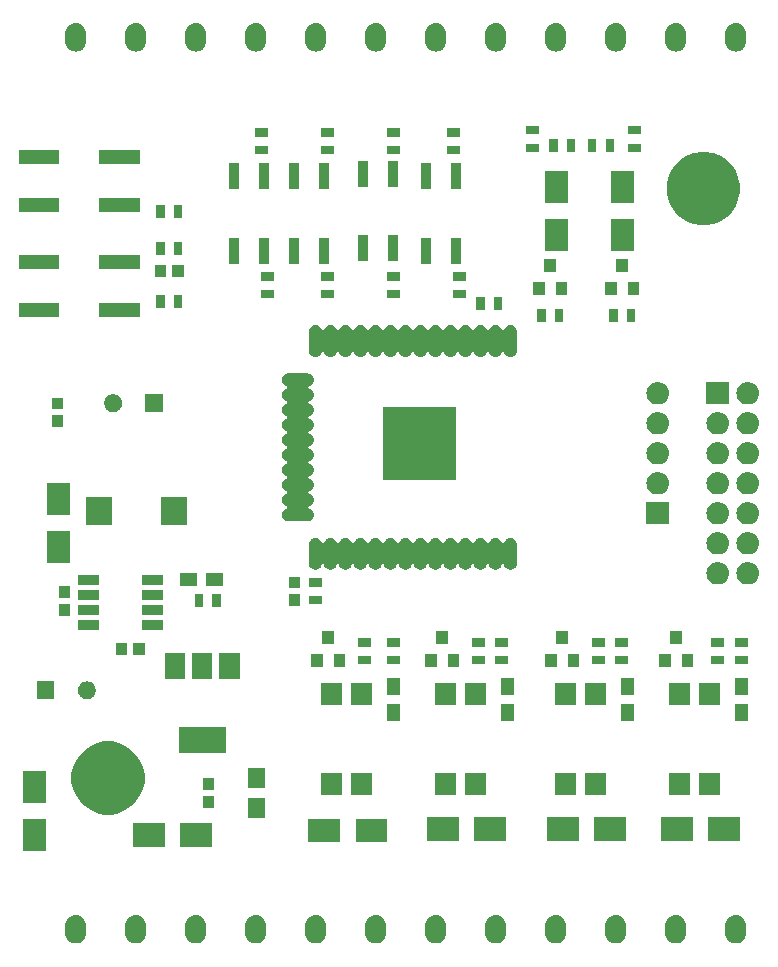
<source format=gts>
G04 #@! TF.GenerationSoftware,KiCad,Pcbnew,5.0.2*
G04 #@! TF.CreationDate,2018-12-28T21:36:43+01:00*
G04 #@! TF.ProjectId,esp32control,65737033-3263-46f6-9e74-726f6c2e6b69,rev?*
G04 #@! TF.SameCoordinates,Original*
G04 #@! TF.FileFunction,Soldermask,Top*
G04 #@! TF.FilePolarity,Negative*
%FSLAX46Y46*%
G04 Gerber Fmt 4.6, Leading zero omitted, Abs format (unit mm)*
G04 Created by KiCad (PCBNEW 5.0.2) date Fr 28 Dez 2018 21:36:43 CET*
%MOMM*%
%LPD*%
G01*
G04 APERTURE LIST*
%ADD10C,0.100000*%
G04 APERTURE END LIST*
D10*
G36*
X57544931Y-115681522D02*
X57714576Y-115732984D01*
X57870936Y-115816559D01*
X58007975Y-115929025D01*
X58120444Y-116066067D01*
X58204015Y-116222419D01*
X58255478Y-116392068D01*
X58268500Y-116524289D01*
X58268500Y-117212710D01*
X58255478Y-117344931D01*
X58204016Y-117514576D01*
X58204014Y-117514581D01*
X58134673Y-117644309D01*
X58120441Y-117670936D01*
X58007975Y-117807975D01*
X57870933Y-117920444D01*
X57714581Y-118004015D01*
X57544932Y-118055478D01*
X57368500Y-118072854D01*
X57192069Y-118055478D01*
X57022420Y-118004015D01*
X56866068Y-117920444D01*
X56729026Y-117807975D01*
X56616557Y-117670933D01*
X56532986Y-117514581D01*
X56481522Y-117344932D01*
X56468500Y-117212711D01*
X56468500Y-116524290D01*
X56481522Y-116392069D01*
X56532984Y-116222424D01*
X56616559Y-116066064D01*
X56729025Y-115929025D01*
X56866067Y-115816556D01*
X57022419Y-115732985D01*
X57192068Y-115681522D01*
X57368500Y-115664146D01*
X57544931Y-115681522D01*
X57544931Y-115681522D01*
G37*
G36*
X67704931Y-115681522D02*
X67874576Y-115732984D01*
X68030936Y-115816559D01*
X68167975Y-115929025D01*
X68280444Y-116066067D01*
X68364015Y-116222419D01*
X68415478Y-116392068D01*
X68428500Y-116524289D01*
X68428500Y-117212710D01*
X68415478Y-117344931D01*
X68364016Y-117514576D01*
X68364014Y-117514581D01*
X68294673Y-117644309D01*
X68280441Y-117670936D01*
X68167975Y-117807975D01*
X68030933Y-117920444D01*
X67874581Y-118004015D01*
X67704932Y-118055478D01*
X67528500Y-118072854D01*
X67352069Y-118055478D01*
X67182420Y-118004015D01*
X67026068Y-117920444D01*
X66889026Y-117807975D01*
X66776557Y-117670933D01*
X66692986Y-117514581D01*
X66641522Y-117344932D01*
X66628500Y-117212711D01*
X66628500Y-116524290D01*
X66641522Y-116392069D01*
X66692984Y-116222424D01*
X66776559Y-116066064D01*
X66889025Y-115929025D01*
X67026067Y-115816556D01*
X67182419Y-115732985D01*
X67352068Y-115681522D01*
X67528500Y-115664146D01*
X67704931Y-115681522D01*
X67704931Y-115681522D01*
G37*
G36*
X72784931Y-115681522D02*
X72954576Y-115732984D01*
X73110936Y-115816559D01*
X73247975Y-115929025D01*
X73360444Y-116066067D01*
X73444015Y-116222419D01*
X73495478Y-116392068D01*
X73508500Y-116524289D01*
X73508500Y-117212710D01*
X73495478Y-117344931D01*
X73444016Y-117514576D01*
X73444014Y-117514581D01*
X73374673Y-117644309D01*
X73360441Y-117670936D01*
X73247975Y-117807975D01*
X73110933Y-117920444D01*
X72954581Y-118004015D01*
X72784932Y-118055478D01*
X72608500Y-118072854D01*
X72432069Y-118055478D01*
X72262420Y-118004015D01*
X72106068Y-117920444D01*
X71969026Y-117807975D01*
X71856557Y-117670933D01*
X71772986Y-117514581D01*
X71721522Y-117344932D01*
X71708500Y-117212711D01*
X71708500Y-116524290D01*
X71721522Y-116392069D01*
X71772984Y-116222424D01*
X71856559Y-116066064D01*
X71969025Y-115929025D01*
X72106067Y-115816556D01*
X72262419Y-115732985D01*
X72432068Y-115681522D01*
X72608500Y-115664146D01*
X72784931Y-115681522D01*
X72784931Y-115681522D01*
G37*
G36*
X77864931Y-115681522D02*
X78034576Y-115732984D01*
X78190936Y-115816559D01*
X78327975Y-115929025D01*
X78440444Y-116066067D01*
X78524015Y-116222419D01*
X78575478Y-116392068D01*
X78588500Y-116524289D01*
X78588500Y-117212710D01*
X78575478Y-117344931D01*
X78524016Y-117514576D01*
X78524014Y-117514581D01*
X78454673Y-117644309D01*
X78440441Y-117670936D01*
X78327975Y-117807975D01*
X78190933Y-117920444D01*
X78034581Y-118004015D01*
X77864932Y-118055478D01*
X77688500Y-118072854D01*
X77512069Y-118055478D01*
X77342420Y-118004015D01*
X77186068Y-117920444D01*
X77049026Y-117807975D01*
X76936557Y-117670933D01*
X76852986Y-117514581D01*
X76801522Y-117344932D01*
X76788500Y-117212711D01*
X76788500Y-116524290D01*
X76801522Y-116392069D01*
X76852984Y-116222424D01*
X76936559Y-116066064D01*
X77049025Y-115929025D01*
X77186067Y-115816556D01*
X77342419Y-115732985D01*
X77512068Y-115681522D01*
X77688500Y-115664146D01*
X77864931Y-115681522D01*
X77864931Y-115681522D01*
G37*
G36*
X82944931Y-115681522D02*
X83114576Y-115732984D01*
X83270936Y-115816559D01*
X83407975Y-115929025D01*
X83520444Y-116066067D01*
X83604015Y-116222419D01*
X83655478Y-116392068D01*
X83668500Y-116524289D01*
X83668500Y-117212710D01*
X83655478Y-117344931D01*
X83604016Y-117514576D01*
X83604014Y-117514581D01*
X83534673Y-117644309D01*
X83520441Y-117670936D01*
X83407975Y-117807975D01*
X83270933Y-117920444D01*
X83114581Y-118004015D01*
X82944932Y-118055478D01*
X82768500Y-118072854D01*
X82592069Y-118055478D01*
X82422420Y-118004015D01*
X82266068Y-117920444D01*
X82129026Y-117807975D01*
X82016557Y-117670933D01*
X81932986Y-117514581D01*
X81881522Y-117344932D01*
X81868500Y-117212711D01*
X81868500Y-116524290D01*
X81881522Y-116392069D01*
X81932984Y-116222424D01*
X82016559Y-116066064D01*
X82129025Y-115929025D01*
X82266067Y-115816556D01*
X82422419Y-115732985D01*
X82592068Y-115681522D01*
X82768500Y-115664146D01*
X82944931Y-115681522D01*
X82944931Y-115681522D01*
G37*
G36*
X88024931Y-115681522D02*
X88194576Y-115732984D01*
X88350936Y-115816559D01*
X88487975Y-115929025D01*
X88600444Y-116066067D01*
X88684015Y-116222419D01*
X88735478Y-116392068D01*
X88748500Y-116524289D01*
X88748500Y-117212710D01*
X88735478Y-117344931D01*
X88684016Y-117514576D01*
X88684014Y-117514581D01*
X88614673Y-117644309D01*
X88600441Y-117670936D01*
X88487975Y-117807975D01*
X88350933Y-117920444D01*
X88194581Y-118004015D01*
X88024932Y-118055478D01*
X87848500Y-118072854D01*
X87672069Y-118055478D01*
X87502420Y-118004015D01*
X87346068Y-117920444D01*
X87209026Y-117807975D01*
X87096557Y-117670933D01*
X87012986Y-117514581D01*
X86961522Y-117344932D01*
X86948500Y-117212711D01*
X86948500Y-116524290D01*
X86961522Y-116392069D01*
X87012984Y-116222424D01*
X87096559Y-116066064D01*
X87209025Y-115929025D01*
X87346067Y-115816556D01*
X87502419Y-115732985D01*
X87672068Y-115681522D01*
X87848500Y-115664146D01*
X88024931Y-115681522D01*
X88024931Y-115681522D01*
G37*
G36*
X93104931Y-115681522D02*
X93274576Y-115732984D01*
X93430936Y-115816559D01*
X93567975Y-115929025D01*
X93680444Y-116066067D01*
X93764015Y-116222419D01*
X93815478Y-116392068D01*
X93828500Y-116524289D01*
X93828500Y-117212710D01*
X93815478Y-117344931D01*
X93764016Y-117514576D01*
X93764014Y-117514581D01*
X93694673Y-117644309D01*
X93680441Y-117670936D01*
X93567975Y-117807975D01*
X93430933Y-117920444D01*
X93274581Y-118004015D01*
X93104932Y-118055478D01*
X92928500Y-118072854D01*
X92752069Y-118055478D01*
X92582420Y-118004015D01*
X92426068Y-117920444D01*
X92289026Y-117807975D01*
X92176557Y-117670933D01*
X92092986Y-117514581D01*
X92041522Y-117344932D01*
X92028500Y-117212711D01*
X92028500Y-116524290D01*
X92041522Y-116392069D01*
X92092984Y-116222424D01*
X92176559Y-116066064D01*
X92289025Y-115929025D01*
X92426067Y-115816556D01*
X92582419Y-115732985D01*
X92752068Y-115681522D01*
X92928500Y-115664146D01*
X93104931Y-115681522D01*
X93104931Y-115681522D01*
G37*
G36*
X98184931Y-115681522D02*
X98354576Y-115732984D01*
X98510936Y-115816559D01*
X98647975Y-115929025D01*
X98760444Y-116066067D01*
X98844015Y-116222419D01*
X98895478Y-116392068D01*
X98908500Y-116524289D01*
X98908500Y-117212710D01*
X98895478Y-117344931D01*
X98844016Y-117514576D01*
X98844014Y-117514581D01*
X98774673Y-117644309D01*
X98760441Y-117670936D01*
X98647975Y-117807975D01*
X98510933Y-117920444D01*
X98354581Y-118004015D01*
X98184932Y-118055478D01*
X98008500Y-118072854D01*
X97832069Y-118055478D01*
X97662420Y-118004015D01*
X97506068Y-117920444D01*
X97369026Y-117807975D01*
X97256557Y-117670933D01*
X97172986Y-117514581D01*
X97121522Y-117344932D01*
X97108500Y-117212711D01*
X97108500Y-116524290D01*
X97121522Y-116392069D01*
X97172984Y-116222424D01*
X97256559Y-116066064D01*
X97369025Y-115929025D01*
X97506067Y-115816556D01*
X97662419Y-115732985D01*
X97832068Y-115681522D01*
X98008500Y-115664146D01*
X98184931Y-115681522D01*
X98184931Y-115681522D01*
G37*
G36*
X103264931Y-115681522D02*
X103434576Y-115732984D01*
X103590936Y-115816559D01*
X103727975Y-115929025D01*
X103840444Y-116066067D01*
X103924015Y-116222419D01*
X103975478Y-116392068D01*
X103988500Y-116524289D01*
X103988500Y-117212710D01*
X103975478Y-117344931D01*
X103924016Y-117514576D01*
X103924014Y-117514581D01*
X103854673Y-117644309D01*
X103840441Y-117670936D01*
X103727975Y-117807975D01*
X103590933Y-117920444D01*
X103434581Y-118004015D01*
X103264932Y-118055478D01*
X103088500Y-118072854D01*
X102912069Y-118055478D01*
X102742420Y-118004015D01*
X102586068Y-117920444D01*
X102449026Y-117807975D01*
X102336557Y-117670933D01*
X102252986Y-117514581D01*
X102201522Y-117344932D01*
X102188500Y-117212711D01*
X102188500Y-116524290D01*
X102201522Y-116392069D01*
X102252984Y-116222424D01*
X102336559Y-116066064D01*
X102449025Y-115929025D01*
X102586067Y-115816556D01*
X102742419Y-115732985D01*
X102912068Y-115681522D01*
X103088500Y-115664146D01*
X103264931Y-115681522D01*
X103264931Y-115681522D01*
G37*
G36*
X108344931Y-115681522D02*
X108514576Y-115732984D01*
X108670936Y-115816559D01*
X108807975Y-115929025D01*
X108920444Y-116066067D01*
X109004015Y-116222419D01*
X109055478Y-116392068D01*
X109068500Y-116524289D01*
X109068500Y-117212710D01*
X109055478Y-117344931D01*
X109004016Y-117514576D01*
X109004014Y-117514581D01*
X108934673Y-117644309D01*
X108920441Y-117670936D01*
X108807975Y-117807975D01*
X108670933Y-117920444D01*
X108514581Y-118004015D01*
X108344932Y-118055478D01*
X108168500Y-118072854D01*
X107992069Y-118055478D01*
X107822420Y-118004015D01*
X107666068Y-117920444D01*
X107529026Y-117807975D01*
X107416557Y-117670933D01*
X107332986Y-117514581D01*
X107281522Y-117344932D01*
X107268500Y-117212711D01*
X107268500Y-116524290D01*
X107281522Y-116392069D01*
X107332984Y-116222424D01*
X107416559Y-116066064D01*
X107529025Y-115929025D01*
X107666067Y-115816556D01*
X107822419Y-115732985D01*
X107992068Y-115681522D01*
X108168500Y-115664146D01*
X108344931Y-115681522D01*
X108344931Y-115681522D01*
G37*
G36*
X113424931Y-115681522D02*
X113594576Y-115732984D01*
X113750936Y-115816559D01*
X113887975Y-115929025D01*
X114000444Y-116066067D01*
X114084015Y-116222419D01*
X114135478Y-116392068D01*
X114148500Y-116524289D01*
X114148500Y-117212710D01*
X114135478Y-117344931D01*
X114084016Y-117514576D01*
X114084014Y-117514581D01*
X114014673Y-117644309D01*
X114000441Y-117670936D01*
X113887975Y-117807975D01*
X113750933Y-117920444D01*
X113594581Y-118004015D01*
X113424932Y-118055478D01*
X113248500Y-118072854D01*
X113072069Y-118055478D01*
X112902420Y-118004015D01*
X112746068Y-117920444D01*
X112609026Y-117807975D01*
X112496557Y-117670933D01*
X112412986Y-117514581D01*
X112361522Y-117344932D01*
X112348500Y-117212711D01*
X112348500Y-116524290D01*
X112361522Y-116392069D01*
X112412984Y-116222424D01*
X112496559Y-116066064D01*
X112609025Y-115929025D01*
X112746067Y-115816556D01*
X112902419Y-115732985D01*
X113072068Y-115681522D01*
X113248500Y-115664146D01*
X113424931Y-115681522D01*
X113424931Y-115681522D01*
G37*
G36*
X62624931Y-115681522D02*
X62794576Y-115732984D01*
X62950936Y-115816559D01*
X63087975Y-115929025D01*
X63200444Y-116066067D01*
X63284015Y-116222419D01*
X63335478Y-116392068D01*
X63348500Y-116524289D01*
X63348500Y-117212710D01*
X63335478Y-117344931D01*
X63284016Y-117514576D01*
X63284014Y-117514581D01*
X63214673Y-117644309D01*
X63200441Y-117670936D01*
X63087975Y-117807975D01*
X62950933Y-117920444D01*
X62794581Y-118004015D01*
X62624932Y-118055478D01*
X62448500Y-118072854D01*
X62272069Y-118055478D01*
X62102420Y-118004015D01*
X61946068Y-117920444D01*
X61809026Y-117807975D01*
X61696557Y-117670933D01*
X61612986Y-117514581D01*
X61561522Y-117344932D01*
X61548500Y-117212711D01*
X61548500Y-116524290D01*
X61561522Y-116392069D01*
X61612984Y-116222424D01*
X61696559Y-116066064D01*
X61809025Y-115929025D01*
X61946067Y-115816556D01*
X62102419Y-115732985D01*
X62272068Y-115681522D01*
X62448500Y-115664146D01*
X62624931Y-115681522D01*
X62624931Y-115681522D01*
G37*
G36*
X54876000Y-110218000D02*
X52876000Y-110218000D01*
X52876000Y-107518000D01*
X54876000Y-107518000D01*
X54876000Y-110218000D01*
X54876000Y-110218000D01*
G37*
G36*
X68910000Y-109900000D02*
X66210000Y-109900000D01*
X66210000Y-107900000D01*
X68910000Y-107900000D01*
X68910000Y-109900000D01*
X68910000Y-109900000D01*
G37*
G36*
X64910000Y-109900000D02*
X62210000Y-109900000D01*
X62210000Y-107900000D01*
X64910000Y-107900000D01*
X64910000Y-109900000D01*
X64910000Y-109900000D01*
G37*
G36*
X83769000Y-109519000D02*
X81069000Y-109519000D01*
X81069000Y-107519000D01*
X83769000Y-107519000D01*
X83769000Y-109519000D01*
X83769000Y-109519000D01*
G37*
G36*
X79769000Y-109519000D02*
X77069000Y-109519000D01*
X77069000Y-107519000D01*
X79769000Y-107519000D01*
X79769000Y-109519000D01*
X79769000Y-109519000D01*
G37*
G36*
X99962000Y-109392000D02*
X97262000Y-109392000D01*
X97262000Y-107392000D01*
X99962000Y-107392000D01*
X99962000Y-109392000D01*
X99962000Y-109392000D01*
G37*
G36*
X89802000Y-109392000D02*
X87102000Y-109392000D01*
X87102000Y-107392000D01*
X89802000Y-107392000D01*
X89802000Y-109392000D01*
X89802000Y-109392000D01*
G37*
G36*
X93802000Y-109392000D02*
X91102000Y-109392000D01*
X91102000Y-107392000D01*
X93802000Y-107392000D01*
X93802000Y-109392000D01*
X93802000Y-109392000D01*
G37*
G36*
X103962000Y-109392000D02*
X101262000Y-109392000D01*
X101262000Y-107392000D01*
X103962000Y-107392000D01*
X103962000Y-109392000D01*
X103962000Y-109392000D01*
G37*
G36*
X113614000Y-109392000D02*
X110914000Y-109392000D01*
X110914000Y-107392000D01*
X113614000Y-107392000D01*
X113614000Y-109392000D01*
X113614000Y-109392000D01*
G37*
G36*
X109614000Y-109392000D02*
X106914000Y-109392000D01*
X106914000Y-107392000D01*
X109614000Y-107392000D01*
X109614000Y-109392000D01*
X109614000Y-109392000D01*
G37*
G36*
X73397000Y-107444000D02*
X71947000Y-107444000D01*
X71947000Y-105744000D01*
X73397000Y-105744000D01*
X73397000Y-107444000D01*
X73397000Y-107444000D01*
G37*
G36*
X60813099Y-101047921D02*
X61012737Y-101087631D01*
X61576901Y-101321315D01*
X62084635Y-101660572D01*
X62516428Y-102092365D01*
X62855685Y-102600099D01*
X63089369Y-103164263D01*
X63089369Y-103164264D01*
X63159732Y-103518000D01*
X63208500Y-103763177D01*
X63208500Y-104373823D01*
X63089369Y-104972737D01*
X62855685Y-105536901D01*
X62516428Y-106044635D01*
X62084635Y-106476428D01*
X61576901Y-106815685D01*
X61012737Y-107049369D01*
X60813099Y-107089079D01*
X60413825Y-107168500D01*
X59803175Y-107168500D01*
X59403901Y-107089079D01*
X59204263Y-107049369D01*
X58640099Y-106815685D01*
X58132365Y-106476428D01*
X57700572Y-106044635D01*
X57361315Y-105536901D01*
X57127631Y-104972737D01*
X57008500Y-104373823D01*
X57008500Y-103763177D01*
X57057269Y-103518000D01*
X57127631Y-103164264D01*
X57127631Y-103164263D01*
X57361315Y-102600099D01*
X57700572Y-102092365D01*
X58132365Y-101660572D01*
X58640099Y-101321315D01*
X59204263Y-101087631D01*
X59403901Y-101047921D01*
X59803175Y-100968500D01*
X60413825Y-100968500D01*
X60813099Y-101047921D01*
X60813099Y-101047921D01*
G37*
G36*
X69083000Y-106594000D02*
X68133000Y-106594000D01*
X68133000Y-105594000D01*
X69083000Y-105594000D01*
X69083000Y-106594000D01*
X69083000Y-106594000D01*
G37*
G36*
X54876000Y-106218000D02*
X52876000Y-106218000D01*
X52876000Y-103518000D01*
X54876000Y-103518000D01*
X54876000Y-106218000D01*
X54876000Y-106218000D01*
G37*
G36*
X82462000Y-105482000D02*
X80662000Y-105482000D01*
X80662000Y-103682000D01*
X82462000Y-103682000D01*
X82462000Y-105482000D01*
X82462000Y-105482000D01*
G37*
G36*
X111926000Y-105482000D02*
X110126000Y-105482000D01*
X110126000Y-103682000D01*
X111926000Y-103682000D01*
X111926000Y-105482000D01*
X111926000Y-105482000D01*
G37*
G36*
X99734000Y-105482000D02*
X97934000Y-105482000D01*
X97934000Y-103682000D01*
X99734000Y-103682000D01*
X99734000Y-105482000D01*
X99734000Y-105482000D01*
G37*
G36*
X79922000Y-105482000D02*
X78122000Y-105482000D01*
X78122000Y-103682000D01*
X79922000Y-103682000D01*
X79922000Y-105482000D01*
X79922000Y-105482000D01*
G37*
G36*
X89574000Y-105482000D02*
X87774000Y-105482000D01*
X87774000Y-103682000D01*
X89574000Y-103682000D01*
X89574000Y-105482000D01*
X89574000Y-105482000D01*
G37*
G36*
X92114000Y-105482000D02*
X90314000Y-105482000D01*
X90314000Y-103682000D01*
X92114000Y-103682000D01*
X92114000Y-105482000D01*
X92114000Y-105482000D01*
G37*
G36*
X109386000Y-105482000D02*
X107586000Y-105482000D01*
X107586000Y-103682000D01*
X109386000Y-103682000D01*
X109386000Y-105482000D01*
X109386000Y-105482000D01*
G37*
G36*
X102274000Y-105482000D02*
X100474000Y-105482000D01*
X100474000Y-103682000D01*
X102274000Y-103682000D01*
X102274000Y-105482000D01*
X102274000Y-105482000D01*
G37*
G36*
X69083000Y-105094000D02*
X68133000Y-105094000D01*
X68133000Y-104094000D01*
X69083000Y-104094000D01*
X69083000Y-105094000D01*
X69083000Y-105094000D01*
G37*
G36*
X73397000Y-104944000D02*
X71947000Y-104944000D01*
X71947000Y-103244000D01*
X73397000Y-103244000D01*
X73397000Y-104944000D01*
X73397000Y-104944000D01*
G37*
G36*
X70100000Y-101974000D02*
X66100000Y-101974000D01*
X66100000Y-99774000D01*
X70100000Y-99774000D01*
X70100000Y-101974000D01*
X70100000Y-101974000D01*
G37*
G36*
X94494500Y-99206500D02*
X93394500Y-99206500D01*
X93394500Y-97806500D01*
X94494500Y-97806500D01*
X94494500Y-99206500D01*
X94494500Y-99206500D01*
G37*
G36*
X114306500Y-99206500D02*
X113206500Y-99206500D01*
X113206500Y-97806500D01*
X114306500Y-97806500D01*
X114306500Y-99206500D01*
X114306500Y-99206500D01*
G37*
G36*
X104654500Y-99206500D02*
X103554500Y-99206500D01*
X103554500Y-97806500D01*
X104654500Y-97806500D01*
X104654500Y-99206500D01*
X104654500Y-99206500D01*
G37*
G36*
X84842500Y-99206500D02*
X83742500Y-99206500D01*
X83742500Y-97806500D01*
X84842500Y-97806500D01*
X84842500Y-99206500D01*
X84842500Y-99206500D01*
G37*
G36*
X102274000Y-97862000D02*
X100474000Y-97862000D01*
X100474000Y-96062000D01*
X102274000Y-96062000D01*
X102274000Y-97862000D01*
X102274000Y-97862000D01*
G37*
G36*
X111926000Y-97862000D02*
X110126000Y-97862000D01*
X110126000Y-96062000D01*
X111926000Y-96062000D01*
X111926000Y-97862000D01*
X111926000Y-97862000D01*
G37*
G36*
X99734000Y-97862000D02*
X97934000Y-97862000D01*
X97934000Y-96062000D01*
X99734000Y-96062000D01*
X99734000Y-97862000D01*
X99734000Y-97862000D01*
G37*
G36*
X82462000Y-97862000D02*
X80662000Y-97862000D01*
X80662000Y-96062000D01*
X82462000Y-96062000D01*
X82462000Y-97862000D01*
X82462000Y-97862000D01*
G37*
G36*
X79922000Y-97862000D02*
X78122000Y-97862000D01*
X78122000Y-96062000D01*
X79922000Y-96062000D01*
X79922000Y-97862000D01*
X79922000Y-97862000D01*
G37*
G36*
X89574000Y-97862000D02*
X87774000Y-97862000D01*
X87774000Y-96062000D01*
X89574000Y-96062000D01*
X89574000Y-97862000D01*
X89574000Y-97862000D01*
G37*
G36*
X109386000Y-97862000D02*
X107586000Y-97862000D01*
X107586000Y-96062000D01*
X109386000Y-96062000D01*
X109386000Y-97862000D01*
X109386000Y-97862000D01*
G37*
G36*
X92114000Y-97862000D02*
X90314000Y-97862000D01*
X90314000Y-96062000D01*
X92114000Y-96062000D01*
X92114000Y-97862000D01*
X92114000Y-97862000D01*
G37*
G36*
X58474818Y-95908911D02*
X58547267Y-95923322D01*
X58603803Y-95946740D01*
X58683757Y-95979858D01*
X58806600Y-96061939D01*
X58911061Y-96166400D01*
X58993142Y-96289243D01*
X59049678Y-96425734D01*
X59078500Y-96570630D01*
X59078500Y-96718370D01*
X59049678Y-96863266D01*
X58993142Y-96999757D01*
X58911061Y-97122600D01*
X58806600Y-97227061D01*
X58683757Y-97309142D01*
X58603803Y-97342260D01*
X58547267Y-97365678D01*
X58474818Y-97380089D01*
X58402370Y-97394500D01*
X58254630Y-97394500D01*
X58182182Y-97380089D01*
X58109733Y-97365678D01*
X58053197Y-97342260D01*
X57973243Y-97309142D01*
X57850400Y-97227061D01*
X57745939Y-97122600D01*
X57663858Y-96999757D01*
X57607322Y-96863266D01*
X57578500Y-96718370D01*
X57578500Y-96570630D01*
X57607322Y-96425734D01*
X57663858Y-96289243D01*
X57745939Y-96166400D01*
X57850400Y-96061939D01*
X57973243Y-95979858D01*
X58053197Y-95946740D01*
X58109733Y-95923322D01*
X58182182Y-95908911D01*
X58254630Y-95894500D01*
X58402370Y-95894500D01*
X58474818Y-95908911D01*
X58474818Y-95908911D01*
G37*
G36*
X55578500Y-97394500D02*
X54078500Y-97394500D01*
X54078500Y-95894500D01*
X55578500Y-95894500D01*
X55578500Y-97394500D01*
X55578500Y-97394500D01*
G37*
G36*
X104654500Y-97006500D02*
X103554500Y-97006500D01*
X103554500Y-95606500D01*
X104654500Y-95606500D01*
X104654500Y-97006500D01*
X104654500Y-97006500D01*
G37*
G36*
X114306500Y-97006500D02*
X113206500Y-97006500D01*
X113206500Y-95606500D01*
X114306500Y-95606500D01*
X114306500Y-97006500D01*
X114306500Y-97006500D01*
G37*
G36*
X84842500Y-97006500D02*
X83742500Y-97006500D01*
X83742500Y-95606500D01*
X84842500Y-95606500D01*
X84842500Y-97006500D01*
X84842500Y-97006500D01*
G37*
G36*
X94494500Y-97006500D02*
X93394500Y-97006500D01*
X93394500Y-95606500D01*
X94494500Y-95606500D01*
X94494500Y-97006500D01*
X94494500Y-97006500D01*
G37*
G36*
X68950000Y-95674000D02*
X67250000Y-95674000D01*
X67250000Y-93474000D01*
X68950000Y-93474000D01*
X68950000Y-95674000D01*
X68950000Y-95674000D01*
G37*
G36*
X66650000Y-95674000D02*
X64950000Y-95674000D01*
X64950000Y-93474000D01*
X66650000Y-93474000D01*
X66650000Y-95674000D01*
X66650000Y-95674000D01*
G37*
G36*
X71250000Y-95674000D02*
X69550000Y-95674000D01*
X69550000Y-93474000D01*
X71250000Y-93474000D01*
X71250000Y-95674000D01*
X71250000Y-95674000D01*
G37*
G36*
X98130000Y-94702000D02*
X97130000Y-94702000D01*
X97130000Y-93602000D01*
X98130000Y-93602000D01*
X98130000Y-94702000D01*
X98130000Y-94702000D01*
G37*
G36*
X107782000Y-94702000D02*
X106782000Y-94702000D01*
X106782000Y-93602000D01*
X107782000Y-93602000D01*
X107782000Y-94702000D01*
X107782000Y-94702000D01*
G37*
G36*
X109682000Y-94702000D02*
X108682000Y-94702000D01*
X108682000Y-93602000D01*
X109682000Y-93602000D01*
X109682000Y-94702000D01*
X109682000Y-94702000D01*
G37*
G36*
X100030000Y-94702000D02*
X99030000Y-94702000D01*
X99030000Y-93602000D01*
X100030000Y-93602000D01*
X100030000Y-94702000D01*
X100030000Y-94702000D01*
G37*
G36*
X80218000Y-94702000D02*
X79218000Y-94702000D01*
X79218000Y-93602000D01*
X80218000Y-93602000D01*
X80218000Y-94702000D01*
X80218000Y-94702000D01*
G37*
G36*
X87970000Y-94702000D02*
X86970000Y-94702000D01*
X86970000Y-93602000D01*
X87970000Y-93602000D01*
X87970000Y-94702000D01*
X87970000Y-94702000D01*
G37*
G36*
X78318000Y-94702000D02*
X77318000Y-94702000D01*
X77318000Y-93602000D01*
X78318000Y-93602000D01*
X78318000Y-94702000D01*
X78318000Y-94702000D01*
G37*
G36*
X89870000Y-94702000D02*
X88870000Y-94702000D01*
X88870000Y-93602000D01*
X89870000Y-93602000D01*
X89870000Y-94702000D01*
X89870000Y-94702000D01*
G37*
G36*
X92018000Y-94442500D02*
X90918000Y-94442500D01*
X90918000Y-93742500D01*
X92018000Y-93742500D01*
X92018000Y-94442500D01*
X92018000Y-94442500D01*
G37*
G36*
X84842500Y-94442500D02*
X83742500Y-94442500D01*
X83742500Y-93742500D01*
X84842500Y-93742500D01*
X84842500Y-94442500D01*
X84842500Y-94442500D01*
G37*
G36*
X114306500Y-94442500D02*
X113206500Y-94442500D01*
X113206500Y-93742500D01*
X114306500Y-93742500D01*
X114306500Y-94442500D01*
X114306500Y-94442500D01*
G37*
G36*
X93986500Y-94442500D02*
X92886500Y-94442500D01*
X92886500Y-93742500D01*
X93986500Y-93742500D01*
X93986500Y-94442500D01*
X93986500Y-94442500D01*
G37*
G36*
X112274500Y-94442500D02*
X111174500Y-94442500D01*
X111174500Y-93742500D01*
X112274500Y-93742500D01*
X112274500Y-94442500D01*
X112274500Y-94442500D01*
G37*
G36*
X102178000Y-94442500D02*
X101078000Y-94442500D01*
X101078000Y-93742500D01*
X102178000Y-93742500D01*
X102178000Y-94442500D01*
X102178000Y-94442500D01*
G37*
G36*
X104146500Y-94442500D02*
X103046500Y-94442500D01*
X103046500Y-93742500D01*
X104146500Y-93742500D01*
X104146500Y-94442500D01*
X104146500Y-94442500D01*
G37*
G36*
X82366000Y-94442500D02*
X81266000Y-94442500D01*
X81266000Y-93742500D01*
X82366000Y-93742500D01*
X82366000Y-94442500D01*
X82366000Y-94442500D01*
G37*
G36*
X61754000Y-93627000D02*
X60754000Y-93627000D01*
X60754000Y-92677000D01*
X61754000Y-92677000D01*
X61754000Y-93627000D01*
X61754000Y-93627000D01*
G37*
G36*
X63254000Y-93627000D02*
X62254000Y-93627000D01*
X62254000Y-92677000D01*
X63254000Y-92677000D01*
X63254000Y-93627000D01*
X63254000Y-93627000D01*
G37*
G36*
X102178000Y-92942500D02*
X101078000Y-92942500D01*
X101078000Y-92242500D01*
X102178000Y-92242500D01*
X102178000Y-92942500D01*
X102178000Y-92942500D01*
G37*
G36*
X82366000Y-92942500D02*
X81266000Y-92942500D01*
X81266000Y-92242500D01*
X82366000Y-92242500D01*
X82366000Y-92942500D01*
X82366000Y-92942500D01*
G37*
G36*
X104146500Y-92942500D02*
X103046500Y-92942500D01*
X103046500Y-92242500D01*
X104146500Y-92242500D01*
X104146500Y-92942500D01*
X104146500Y-92942500D01*
G37*
G36*
X112274500Y-92942500D02*
X111174500Y-92942500D01*
X111174500Y-92242500D01*
X112274500Y-92242500D01*
X112274500Y-92942500D01*
X112274500Y-92942500D01*
G37*
G36*
X114306500Y-92942500D02*
X113206500Y-92942500D01*
X113206500Y-92242500D01*
X114306500Y-92242500D01*
X114306500Y-92942500D01*
X114306500Y-92942500D01*
G37*
G36*
X93986500Y-92942500D02*
X92886500Y-92942500D01*
X92886500Y-92242500D01*
X93986500Y-92242500D01*
X93986500Y-92942500D01*
X93986500Y-92942500D01*
G37*
G36*
X92018000Y-92942500D02*
X90918000Y-92942500D01*
X90918000Y-92242500D01*
X92018000Y-92242500D01*
X92018000Y-92942500D01*
X92018000Y-92942500D01*
G37*
G36*
X84842500Y-92942500D02*
X83742500Y-92942500D01*
X83742500Y-92242500D01*
X84842500Y-92242500D01*
X84842500Y-92942500D01*
X84842500Y-92942500D01*
G37*
G36*
X108732000Y-92702000D02*
X107732000Y-92702000D01*
X107732000Y-91602000D01*
X108732000Y-91602000D01*
X108732000Y-92702000D01*
X108732000Y-92702000D01*
G37*
G36*
X99080000Y-92702000D02*
X98080000Y-92702000D01*
X98080000Y-91602000D01*
X99080000Y-91602000D01*
X99080000Y-92702000D01*
X99080000Y-92702000D01*
G37*
G36*
X88920000Y-92702000D02*
X87920000Y-92702000D01*
X87920000Y-91602000D01*
X88920000Y-91602000D01*
X88920000Y-92702000D01*
X88920000Y-92702000D01*
G37*
G36*
X79268000Y-92702000D02*
X78268000Y-92702000D01*
X78268000Y-91602000D01*
X79268000Y-91602000D01*
X79268000Y-92702000D01*
X79268000Y-92702000D01*
G37*
G36*
X59343440Y-91525060D02*
X57593440Y-91525060D01*
X57593440Y-90725060D01*
X59343440Y-90725060D01*
X59343440Y-91525060D01*
X59343440Y-91525060D01*
G37*
G36*
X64743440Y-91525060D02*
X62993440Y-91525060D01*
X62993440Y-90725060D01*
X64743440Y-90725060D01*
X64743440Y-91525060D01*
X64743440Y-91525060D01*
G37*
G36*
X56891000Y-90338000D02*
X55941000Y-90338000D01*
X55941000Y-89338000D01*
X56891000Y-89338000D01*
X56891000Y-90338000D01*
X56891000Y-90338000D01*
G37*
G36*
X59343440Y-90255060D02*
X57593440Y-90255060D01*
X57593440Y-89455060D01*
X59343440Y-89455060D01*
X59343440Y-90255060D01*
X59343440Y-90255060D01*
G37*
G36*
X64743440Y-90255060D02*
X62993440Y-90255060D01*
X62993440Y-89455060D01*
X64743440Y-89455060D01*
X64743440Y-90255060D01*
X64743440Y-90255060D01*
G37*
G36*
X68144500Y-89574500D02*
X67444500Y-89574500D01*
X67444500Y-88474500D01*
X68144500Y-88474500D01*
X68144500Y-89574500D01*
X68144500Y-89574500D01*
G37*
G36*
X69644500Y-89574500D02*
X68944500Y-89574500D01*
X68944500Y-88474500D01*
X69644500Y-88474500D01*
X69644500Y-89574500D01*
X69644500Y-89574500D01*
G37*
G36*
X76385500Y-89512500D02*
X75435500Y-89512500D01*
X75435500Y-88512500D01*
X76385500Y-88512500D01*
X76385500Y-89512500D01*
X76385500Y-89512500D01*
G37*
G36*
X78238500Y-89362500D02*
X77138500Y-89362500D01*
X77138500Y-88662500D01*
X78238500Y-88662500D01*
X78238500Y-89362500D01*
X78238500Y-89362500D01*
G37*
G36*
X59343440Y-88985060D02*
X57593440Y-88985060D01*
X57593440Y-88185060D01*
X59343440Y-88185060D01*
X59343440Y-88985060D01*
X59343440Y-88985060D01*
G37*
G36*
X64743440Y-88985060D02*
X62993440Y-88985060D01*
X62993440Y-88185060D01*
X64743440Y-88185060D01*
X64743440Y-88985060D01*
X64743440Y-88985060D01*
G37*
G36*
X56891000Y-88838000D02*
X55941000Y-88838000D01*
X55941000Y-87838000D01*
X56891000Y-87838000D01*
X56891000Y-88838000D01*
X56891000Y-88838000D01*
G37*
G36*
X76385500Y-88012500D02*
X75435500Y-88012500D01*
X75435500Y-87012500D01*
X76385500Y-87012500D01*
X76385500Y-88012500D01*
X76385500Y-88012500D01*
G37*
G36*
X78238500Y-87862500D02*
X77138500Y-87862500D01*
X77138500Y-87162500D01*
X78238500Y-87162500D01*
X78238500Y-87862500D01*
X78238500Y-87862500D01*
G37*
G36*
X67636500Y-87796500D02*
X66236500Y-87796500D01*
X66236500Y-86696500D01*
X67636500Y-86696500D01*
X67636500Y-87796500D01*
X67636500Y-87796500D01*
G37*
G36*
X69836500Y-87796500D02*
X68436500Y-87796500D01*
X68436500Y-86696500D01*
X69836500Y-86696500D01*
X69836500Y-87796500D01*
X69836500Y-87796500D01*
G37*
G36*
X59343440Y-87715060D02*
X57593440Y-87715060D01*
X57593440Y-86915060D01*
X59343440Y-86915060D01*
X59343440Y-87715060D01*
X59343440Y-87715060D01*
G37*
G36*
X64743440Y-87715060D02*
X62993440Y-87715060D01*
X62993440Y-86915060D01*
X64743440Y-86915060D01*
X64743440Y-87715060D01*
X64743440Y-87715060D01*
G37*
G36*
X114450732Y-85802246D02*
X114540270Y-85829407D01*
X114629809Y-85856568D01*
X114794847Y-85944783D01*
X114939501Y-86063499D01*
X115058217Y-86208153D01*
X115146432Y-86373191D01*
X115200754Y-86552269D01*
X115219096Y-86738500D01*
X115200754Y-86924731D01*
X115146432Y-87103809D01*
X115058217Y-87268847D01*
X114939501Y-87413501D01*
X114794847Y-87532217D01*
X114629809Y-87620432D01*
X114540270Y-87647593D01*
X114450732Y-87674754D01*
X114380948Y-87681627D01*
X114311166Y-87688500D01*
X114217834Y-87688500D01*
X114148052Y-87681627D01*
X114078268Y-87674754D01*
X113988730Y-87647593D01*
X113899191Y-87620432D01*
X113734153Y-87532217D01*
X113589499Y-87413501D01*
X113470783Y-87268847D01*
X113382568Y-87103809D01*
X113328246Y-86924731D01*
X113309904Y-86738500D01*
X113328246Y-86552269D01*
X113382568Y-86373191D01*
X113470783Y-86208153D01*
X113589499Y-86063499D01*
X113734153Y-85944783D01*
X113899191Y-85856568D01*
X113988730Y-85829407D01*
X114078268Y-85802246D01*
X114217834Y-85788500D01*
X114311166Y-85788500D01*
X114450732Y-85802246D01*
X114450732Y-85802246D01*
G37*
G36*
X111910732Y-85802246D02*
X112000270Y-85829407D01*
X112089809Y-85856568D01*
X112254847Y-85944783D01*
X112399501Y-86063499D01*
X112518217Y-86208153D01*
X112606432Y-86373191D01*
X112660754Y-86552269D01*
X112679096Y-86738500D01*
X112660754Y-86924731D01*
X112606432Y-87103809D01*
X112518217Y-87268847D01*
X112399501Y-87413501D01*
X112254847Y-87532217D01*
X112089809Y-87620432D01*
X112000270Y-87647593D01*
X111910732Y-87674754D01*
X111840948Y-87681627D01*
X111771166Y-87688500D01*
X111677834Y-87688500D01*
X111608052Y-87681627D01*
X111538268Y-87674754D01*
X111448730Y-87647593D01*
X111359191Y-87620432D01*
X111194153Y-87532217D01*
X111049499Y-87413501D01*
X110930783Y-87268847D01*
X110842568Y-87103809D01*
X110788246Y-86924731D01*
X110769904Y-86738500D01*
X110788246Y-86552269D01*
X110842568Y-86373191D01*
X110930783Y-86208153D01*
X111049499Y-86063499D01*
X111194153Y-85944783D01*
X111359191Y-85856568D01*
X111448730Y-85829407D01*
X111538268Y-85802246D01*
X111677834Y-85788500D01*
X111771166Y-85788500D01*
X111910732Y-85802246D01*
X111910732Y-85802246D01*
G37*
G36*
X77775818Y-83728458D02*
X77852517Y-83751725D01*
X77879497Y-83759909D01*
X77975038Y-83810976D01*
X77975041Y-83810978D01*
X77975042Y-83810979D01*
X78058790Y-83879710D01*
X78058792Y-83879713D01*
X78127522Y-83963458D01*
X78178591Y-84059002D01*
X78180904Y-84066628D01*
X78183383Y-84074799D01*
X78192759Y-84097436D01*
X78206373Y-84117811D01*
X78223700Y-84135138D01*
X78244075Y-84148752D01*
X78266714Y-84158129D01*
X78290747Y-84162910D01*
X78315251Y-84162910D01*
X78339285Y-84158130D01*
X78361924Y-84148753D01*
X78382299Y-84135139D01*
X78399626Y-84117812D01*
X78413240Y-84097437D01*
X78422617Y-84074798D01*
X78427407Y-84059007D01*
X78478476Y-83963462D01*
X78478479Y-83963458D01*
X78547210Y-83879710D01*
X78573679Y-83857987D01*
X78630958Y-83810978D01*
X78726502Y-83759909D01*
X78753482Y-83751725D01*
X78830181Y-83728458D01*
X78902060Y-83721379D01*
X78937999Y-83717839D01*
X78938000Y-83717839D01*
X79045818Y-83728458D01*
X79122517Y-83751725D01*
X79149497Y-83759909D01*
X79245038Y-83810976D01*
X79245041Y-83810978D01*
X79245042Y-83810979D01*
X79328790Y-83879710D01*
X79328792Y-83879713D01*
X79397522Y-83963458D01*
X79448591Y-84059002D01*
X79450904Y-84066628D01*
X79453383Y-84074799D01*
X79462759Y-84097436D01*
X79476373Y-84117811D01*
X79493700Y-84135138D01*
X79514075Y-84148752D01*
X79536714Y-84158129D01*
X79560747Y-84162910D01*
X79585251Y-84162910D01*
X79609285Y-84158130D01*
X79631924Y-84148753D01*
X79652299Y-84135139D01*
X79669626Y-84117812D01*
X79683240Y-84097437D01*
X79692617Y-84074798D01*
X79697407Y-84059007D01*
X79748476Y-83963462D01*
X79748479Y-83963458D01*
X79817210Y-83879710D01*
X79843679Y-83857987D01*
X79900958Y-83810978D01*
X79996502Y-83759909D01*
X80023482Y-83751725D01*
X80100181Y-83728458D01*
X80172060Y-83721379D01*
X80207999Y-83717839D01*
X80208000Y-83717839D01*
X80315818Y-83728458D01*
X80392517Y-83751725D01*
X80419497Y-83759909D01*
X80515038Y-83810976D01*
X80515041Y-83810978D01*
X80515042Y-83810979D01*
X80598790Y-83879710D01*
X80598792Y-83879713D01*
X80667522Y-83963458D01*
X80718591Y-84059002D01*
X80720904Y-84066628D01*
X80723383Y-84074799D01*
X80732759Y-84097436D01*
X80746373Y-84117811D01*
X80763700Y-84135138D01*
X80784075Y-84148752D01*
X80806714Y-84158129D01*
X80830747Y-84162910D01*
X80855251Y-84162910D01*
X80879285Y-84158130D01*
X80901924Y-84148753D01*
X80922299Y-84135139D01*
X80939626Y-84117812D01*
X80953240Y-84097437D01*
X80962617Y-84074798D01*
X80967407Y-84059007D01*
X81018476Y-83963462D01*
X81018479Y-83963458D01*
X81087210Y-83879710D01*
X81113679Y-83857987D01*
X81170958Y-83810978D01*
X81266502Y-83759909D01*
X81293482Y-83751725D01*
X81370181Y-83728458D01*
X81442060Y-83721379D01*
X81477999Y-83717839D01*
X81478000Y-83717839D01*
X81585818Y-83728458D01*
X81662517Y-83751725D01*
X81689497Y-83759909D01*
X81785038Y-83810976D01*
X81785041Y-83810978D01*
X81785042Y-83810979D01*
X81868790Y-83879710D01*
X81868792Y-83879713D01*
X81937522Y-83963458D01*
X81988591Y-84059002D01*
X81990904Y-84066628D01*
X81993383Y-84074799D01*
X82002759Y-84097436D01*
X82016373Y-84117811D01*
X82033700Y-84135138D01*
X82054075Y-84148752D01*
X82076714Y-84158129D01*
X82100747Y-84162910D01*
X82125251Y-84162910D01*
X82149285Y-84158130D01*
X82171924Y-84148753D01*
X82192299Y-84135139D01*
X82209626Y-84117812D01*
X82223240Y-84097437D01*
X82232617Y-84074798D01*
X82237407Y-84059007D01*
X82288476Y-83963462D01*
X82288479Y-83963458D01*
X82357210Y-83879710D01*
X82383679Y-83857987D01*
X82440958Y-83810978D01*
X82536502Y-83759909D01*
X82563482Y-83751725D01*
X82640181Y-83728458D01*
X82712060Y-83721379D01*
X82747999Y-83717839D01*
X82748000Y-83717839D01*
X82855818Y-83728458D01*
X82932517Y-83751725D01*
X82959497Y-83759909D01*
X83055038Y-83810976D01*
X83055041Y-83810978D01*
X83055042Y-83810979D01*
X83138790Y-83879710D01*
X83138792Y-83879713D01*
X83207522Y-83963458D01*
X83258591Y-84059002D01*
X83260904Y-84066628D01*
X83263383Y-84074799D01*
X83272759Y-84097436D01*
X83286373Y-84117811D01*
X83303700Y-84135138D01*
X83324075Y-84148752D01*
X83346714Y-84158129D01*
X83370747Y-84162910D01*
X83395251Y-84162910D01*
X83419285Y-84158130D01*
X83441924Y-84148753D01*
X83462299Y-84135139D01*
X83479626Y-84117812D01*
X83493240Y-84097437D01*
X83502617Y-84074798D01*
X83507407Y-84059007D01*
X83558476Y-83963462D01*
X83558479Y-83963458D01*
X83627210Y-83879710D01*
X83653679Y-83857987D01*
X83710958Y-83810978D01*
X83806502Y-83759909D01*
X83833482Y-83751725D01*
X83910181Y-83728458D01*
X83982060Y-83721379D01*
X84017999Y-83717839D01*
X84018000Y-83717839D01*
X84125818Y-83728458D01*
X84202517Y-83751725D01*
X84229497Y-83759909D01*
X84325038Y-83810976D01*
X84325041Y-83810978D01*
X84325042Y-83810979D01*
X84408790Y-83879710D01*
X84408792Y-83879713D01*
X84477522Y-83963458D01*
X84528591Y-84059002D01*
X84530904Y-84066628D01*
X84533383Y-84074799D01*
X84542759Y-84097436D01*
X84556373Y-84117811D01*
X84573700Y-84135138D01*
X84594075Y-84148752D01*
X84616714Y-84158129D01*
X84640747Y-84162910D01*
X84665251Y-84162910D01*
X84689285Y-84158130D01*
X84711924Y-84148753D01*
X84732299Y-84135139D01*
X84749626Y-84117812D01*
X84763240Y-84097437D01*
X84772617Y-84074798D01*
X84777407Y-84059007D01*
X84828476Y-83963462D01*
X84828479Y-83963458D01*
X84897210Y-83879710D01*
X84923679Y-83857987D01*
X84980958Y-83810978D01*
X85076502Y-83759909D01*
X85103482Y-83751725D01*
X85180181Y-83728458D01*
X85252060Y-83721379D01*
X85287999Y-83717839D01*
X85288000Y-83717839D01*
X85395818Y-83728458D01*
X85472517Y-83751725D01*
X85499497Y-83759909D01*
X85595038Y-83810976D01*
X85595041Y-83810978D01*
X85595042Y-83810979D01*
X85678790Y-83879710D01*
X85678792Y-83879713D01*
X85747522Y-83963458D01*
X85798591Y-84059002D01*
X85800904Y-84066628D01*
X85803383Y-84074799D01*
X85812759Y-84097436D01*
X85826373Y-84117811D01*
X85843700Y-84135138D01*
X85864075Y-84148752D01*
X85886714Y-84158129D01*
X85910747Y-84162910D01*
X85935251Y-84162910D01*
X85959285Y-84158130D01*
X85981924Y-84148753D01*
X86002299Y-84135139D01*
X86019626Y-84117812D01*
X86033240Y-84097437D01*
X86042617Y-84074798D01*
X86047407Y-84059007D01*
X86098476Y-83963462D01*
X86098479Y-83963458D01*
X86167210Y-83879710D01*
X86193679Y-83857987D01*
X86250958Y-83810978D01*
X86346502Y-83759909D01*
X86373482Y-83751725D01*
X86450181Y-83728458D01*
X86522060Y-83721379D01*
X86557999Y-83717839D01*
X86558000Y-83717839D01*
X86665818Y-83728458D01*
X86742517Y-83751725D01*
X86769497Y-83759909D01*
X86865038Y-83810976D01*
X86865041Y-83810978D01*
X86865042Y-83810979D01*
X86948790Y-83879710D01*
X86948792Y-83879713D01*
X87017522Y-83963458D01*
X87068591Y-84059002D01*
X87070904Y-84066628D01*
X87073383Y-84074799D01*
X87082759Y-84097436D01*
X87096373Y-84117811D01*
X87113700Y-84135138D01*
X87134075Y-84148752D01*
X87156714Y-84158129D01*
X87180747Y-84162910D01*
X87205251Y-84162910D01*
X87229285Y-84158130D01*
X87251924Y-84148753D01*
X87272299Y-84135139D01*
X87289626Y-84117812D01*
X87303240Y-84097437D01*
X87312617Y-84074798D01*
X87317407Y-84059007D01*
X87368476Y-83963462D01*
X87368479Y-83963458D01*
X87437210Y-83879710D01*
X87463679Y-83857987D01*
X87520958Y-83810978D01*
X87616502Y-83759909D01*
X87643482Y-83751725D01*
X87720181Y-83728458D01*
X87792060Y-83721379D01*
X87827999Y-83717839D01*
X87828000Y-83717839D01*
X87935818Y-83728458D01*
X88012517Y-83751725D01*
X88039497Y-83759909D01*
X88135038Y-83810976D01*
X88135041Y-83810978D01*
X88135042Y-83810979D01*
X88218790Y-83879710D01*
X88218792Y-83879713D01*
X88287522Y-83963458D01*
X88338591Y-84059002D01*
X88340904Y-84066628D01*
X88343383Y-84074799D01*
X88352759Y-84097436D01*
X88366373Y-84117811D01*
X88383700Y-84135138D01*
X88404075Y-84148752D01*
X88426714Y-84158129D01*
X88450747Y-84162910D01*
X88475251Y-84162910D01*
X88499285Y-84158130D01*
X88521924Y-84148753D01*
X88542299Y-84135139D01*
X88559626Y-84117812D01*
X88573240Y-84097437D01*
X88582617Y-84074798D01*
X88587407Y-84059007D01*
X88638476Y-83963462D01*
X88638479Y-83963458D01*
X88707210Y-83879710D01*
X88733679Y-83857987D01*
X88790958Y-83810978D01*
X88886502Y-83759909D01*
X88913482Y-83751725D01*
X88990181Y-83728458D01*
X89062060Y-83721379D01*
X89097999Y-83717839D01*
X89098000Y-83717839D01*
X89205818Y-83728458D01*
X89282517Y-83751725D01*
X89309497Y-83759909D01*
X89405038Y-83810976D01*
X89405041Y-83810978D01*
X89405042Y-83810979D01*
X89488790Y-83879710D01*
X89488792Y-83879713D01*
X89557522Y-83963458D01*
X89608591Y-84059002D01*
X89610904Y-84066628D01*
X89613383Y-84074799D01*
X89622759Y-84097436D01*
X89636373Y-84117811D01*
X89653700Y-84135138D01*
X89674075Y-84148752D01*
X89696714Y-84158129D01*
X89720747Y-84162910D01*
X89745251Y-84162910D01*
X89769285Y-84158130D01*
X89791924Y-84148753D01*
X89812299Y-84135139D01*
X89829626Y-84117812D01*
X89843240Y-84097437D01*
X89852617Y-84074798D01*
X89857407Y-84059007D01*
X89908476Y-83963462D01*
X89908479Y-83963458D01*
X89977210Y-83879710D01*
X90003679Y-83857987D01*
X90060958Y-83810978D01*
X90156502Y-83759909D01*
X90183482Y-83751725D01*
X90260181Y-83728458D01*
X90332060Y-83721379D01*
X90367999Y-83717839D01*
X90368000Y-83717839D01*
X90475818Y-83728458D01*
X90552517Y-83751725D01*
X90579497Y-83759909D01*
X90675038Y-83810976D01*
X90675041Y-83810978D01*
X90675042Y-83810979D01*
X90758790Y-83879710D01*
X90758792Y-83879713D01*
X90827522Y-83963458D01*
X90878591Y-84059002D01*
X90880904Y-84066628D01*
X90883383Y-84074799D01*
X90892759Y-84097436D01*
X90906373Y-84117811D01*
X90923700Y-84135138D01*
X90944075Y-84148752D01*
X90966714Y-84158129D01*
X90990747Y-84162910D01*
X91015251Y-84162910D01*
X91039285Y-84158130D01*
X91061924Y-84148753D01*
X91082299Y-84135139D01*
X91099626Y-84117812D01*
X91113240Y-84097437D01*
X91122617Y-84074798D01*
X91127407Y-84059007D01*
X91178476Y-83963462D01*
X91178479Y-83963458D01*
X91247210Y-83879710D01*
X91273679Y-83857987D01*
X91330958Y-83810978D01*
X91426502Y-83759909D01*
X91453482Y-83751725D01*
X91530181Y-83728458D01*
X91602060Y-83721379D01*
X91637999Y-83717839D01*
X91638000Y-83717839D01*
X91745818Y-83728458D01*
X91822517Y-83751725D01*
X91849497Y-83759909D01*
X91945038Y-83810976D01*
X91945041Y-83810978D01*
X91945042Y-83810979D01*
X92028790Y-83879710D01*
X92028792Y-83879713D01*
X92097522Y-83963458D01*
X92148591Y-84059002D01*
X92150904Y-84066628D01*
X92153383Y-84074799D01*
X92162759Y-84097436D01*
X92176373Y-84117811D01*
X92193700Y-84135138D01*
X92214075Y-84148752D01*
X92236714Y-84158129D01*
X92260747Y-84162910D01*
X92285251Y-84162910D01*
X92309285Y-84158130D01*
X92331924Y-84148753D01*
X92352299Y-84135139D01*
X92369626Y-84117812D01*
X92383240Y-84097437D01*
X92392617Y-84074798D01*
X92397407Y-84059007D01*
X92448476Y-83963462D01*
X92448479Y-83963458D01*
X92517210Y-83879710D01*
X92543679Y-83857987D01*
X92600958Y-83810978D01*
X92696502Y-83759909D01*
X92723482Y-83751725D01*
X92800181Y-83728458D01*
X92872060Y-83721379D01*
X92907999Y-83717839D01*
X92908000Y-83717839D01*
X93015818Y-83728458D01*
X93092517Y-83751725D01*
X93119497Y-83759909D01*
X93215038Y-83810976D01*
X93215041Y-83810978D01*
X93215042Y-83810979D01*
X93298790Y-83879710D01*
X93298792Y-83879713D01*
X93367522Y-83963458D01*
X93418591Y-84059002D01*
X93420904Y-84066628D01*
X93423383Y-84074799D01*
X93432759Y-84097436D01*
X93446373Y-84117811D01*
X93463700Y-84135138D01*
X93484075Y-84148752D01*
X93506714Y-84158129D01*
X93530747Y-84162910D01*
X93555251Y-84162910D01*
X93579285Y-84158130D01*
X93601924Y-84148753D01*
X93622299Y-84135139D01*
X93639626Y-84117812D01*
X93653240Y-84097437D01*
X93662617Y-84074798D01*
X93667407Y-84059007D01*
X93718476Y-83963462D01*
X93718479Y-83963458D01*
X93787210Y-83879710D01*
X93813679Y-83857987D01*
X93870958Y-83810978D01*
X93966502Y-83759909D01*
X93993482Y-83751725D01*
X94070181Y-83728458D01*
X94142060Y-83721379D01*
X94177999Y-83717839D01*
X94178000Y-83717839D01*
X94285818Y-83728458D01*
X94362517Y-83751725D01*
X94389497Y-83759909D01*
X94485038Y-83810976D01*
X94485041Y-83810978D01*
X94485042Y-83810979D01*
X94568790Y-83879710D01*
X94568792Y-83879713D01*
X94637522Y-83963458D01*
X94688591Y-84059002D01*
X94693382Y-84074797D01*
X94720042Y-84162681D01*
X94728000Y-84243482D01*
X94728000Y-85897518D01*
X94720042Y-85978319D01*
X94700251Y-86043561D01*
X94688591Y-86081998D01*
X94637524Y-86177539D01*
X94568790Y-86261290D01*
X94485039Y-86330024D01*
X94389498Y-86381091D01*
X94362518Y-86389275D01*
X94285819Y-86412542D01*
X94213940Y-86419621D01*
X94178001Y-86423161D01*
X94178000Y-86423161D01*
X94070182Y-86412542D01*
X93993483Y-86389275D01*
X93966503Y-86381091D01*
X93870962Y-86330024D01*
X93787211Y-86261290D01*
X93718477Y-86177539D01*
X93667410Y-86081997D01*
X93662619Y-86066203D01*
X93653242Y-86043564D01*
X93639629Y-86023189D01*
X93622302Y-86005862D01*
X93601927Y-85992248D01*
X93579288Y-85982870D01*
X93555255Y-85978089D01*
X93530751Y-85978089D01*
X93506717Y-85982869D01*
X93484078Y-85992246D01*
X93463703Y-86005859D01*
X93446376Y-86023186D01*
X93432762Y-86043561D01*
X93423384Y-86066199D01*
X93418592Y-86081996D01*
X93367524Y-86177539D01*
X93298790Y-86261290D01*
X93215039Y-86330024D01*
X93119498Y-86381091D01*
X93092518Y-86389275D01*
X93015819Y-86412542D01*
X92943940Y-86419621D01*
X92908001Y-86423161D01*
X92908000Y-86423161D01*
X92800182Y-86412542D01*
X92723483Y-86389275D01*
X92696503Y-86381091D01*
X92600962Y-86330024D01*
X92517211Y-86261290D01*
X92448477Y-86177539D01*
X92397410Y-86081997D01*
X92392619Y-86066203D01*
X92383242Y-86043564D01*
X92369629Y-86023189D01*
X92352302Y-86005862D01*
X92331927Y-85992248D01*
X92309288Y-85982870D01*
X92285255Y-85978089D01*
X92260751Y-85978089D01*
X92236717Y-85982869D01*
X92214078Y-85992246D01*
X92193703Y-86005859D01*
X92176376Y-86023186D01*
X92162762Y-86043561D01*
X92153384Y-86066199D01*
X92148592Y-86081996D01*
X92097524Y-86177539D01*
X92028790Y-86261290D01*
X91945039Y-86330024D01*
X91849498Y-86381091D01*
X91822518Y-86389275D01*
X91745819Y-86412542D01*
X91673940Y-86419621D01*
X91638001Y-86423161D01*
X91638000Y-86423161D01*
X91530182Y-86412542D01*
X91453483Y-86389275D01*
X91426503Y-86381091D01*
X91330962Y-86330024D01*
X91247211Y-86261290D01*
X91178477Y-86177539D01*
X91127410Y-86081997D01*
X91122619Y-86066203D01*
X91113242Y-86043564D01*
X91099629Y-86023189D01*
X91082302Y-86005862D01*
X91061927Y-85992248D01*
X91039288Y-85982870D01*
X91015255Y-85978089D01*
X90990751Y-85978089D01*
X90966717Y-85982869D01*
X90944078Y-85992246D01*
X90923703Y-86005859D01*
X90906376Y-86023186D01*
X90892762Y-86043561D01*
X90883384Y-86066199D01*
X90878592Y-86081996D01*
X90827524Y-86177539D01*
X90758790Y-86261290D01*
X90675039Y-86330024D01*
X90579498Y-86381091D01*
X90552518Y-86389275D01*
X90475819Y-86412542D01*
X90403940Y-86419621D01*
X90368001Y-86423161D01*
X90368000Y-86423161D01*
X90260182Y-86412542D01*
X90183483Y-86389275D01*
X90156503Y-86381091D01*
X90060962Y-86330024D01*
X89977211Y-86261290D01*
X89908477Y-86177539D01*
X89857410Y-86081997D01*
X89852619Y-86066203D01*
X89843242Y-86043564D01*
X89829629Y-86023189D01*
X89812302Y-86005862D01*
X89791927Y-85992248D01*
X89769288Y-85982870D01*
X89745255Y-85978089D01*
X89720751Y-85978089D01*
X89696717Y-85982869D01*
X89674078Y-85992246D01*
X89653703Y-86005859D01*
X89636376Y-86023186D01*
X89622762Y-86043561D01*
X89613384Y-86066199D01*
X89608592Y-86081996D01*
X89557524Y-86177539D01*
X89488790Y-86261290D01*
X89405039Y-86330024D01*
X89309498Y-86381091D01*
X89282518Y-86389275D01*
X89205819Y-86412542D01*
X89133940Y-86419621D01*
X89098001Y-86423161D01*
X89098000Y-86423161D01*
X88990182Y-86412542D01*
X88913483Y-86389275D01*
X88886503Y-86381091D01*
X88790962Y-86330024D01*
X88707211Y-86261290D01*
X88638477Y-86177539D01*
X88587410Y-86081997D01*
X88582619Y-86066203D01*
X88573242Y-86043564D01*
X88559629Y-86023189D01*
X88542302Y-86005862D01*
X88521927Y-85992248D01*
X88499288Y-85982870D01*
X88475255Y-85978089D01*
X88450751Y-85978089D01*
X88426717Y-85982869D01*
X88404078Y-85992246D01*
X88383703Y-86005859D01*
X88366376Y-86023186D01*
X88352762Y-86043561D01*
X88343384Y-86066199D01*
X88338592Y-86081996D01*
X88287524Y-86177539D01*
X88218790Y-86261290D01*
X88135039Y-86330024D01*
X88039498Y-86381091D01*
X88012518Y-86389275D01*
X87935819Y-86412542D01*
X87863940Y-86419621D01*
X87828001Y-86423161D01*
X87828000Y-86423161D01*
X87720182Y-86412542D01*
X87643483Y-86389275D01*
X87616503Y-86381091D01*
X87520962Y-86330024D01*
X87437211Y-86261290D01*
X87368477Y-86177539D01*
X87317410Y-86081997D01*
X87312619Y-86066203D01*
X87303242Y-86043564D01*
X87289629Y-86023189D01*
X87272302Y-86005862D01*
X87251927Y-85992248D01*
X87229288Y-85982870D01*
X87205255Y-85978089D01*
X87180751Y-85978089D01*
X87156717Y-85982869D01*
X87134078Y-85992246D01*
X87113703Y-86005859D01*
X87096376Y-86023186D01*
X87082762Y-86043561D01*
X87073384Y-86066199D01*
X87068592Y-86081996D01*
X87017524Y-86177539D01*
X86948790Y-86261290D01*
X86865039Y-86330024D01*
X86769498Y-86381091D01*
X86742518Y-86389275D01*
X86665819Y-86412542D01*
X86593940Y-86419621D01*
X86558001Y-86423161D01*
X86558000Y-86423161D01*
X86450182Y-86412542D01*
X86373483Y-86389275D01*
X86346503Y-86381091D01*
X86250962Y-86330024D01*
X86167211Y-86261290D01*
X86098477Y-86177539D01*
X86047410Y-86081997D01*
X86042619Y-86066203D01*
X86033242Y-86043564D01*
X86019629Y-86023189D01*
X86002302Y-86005862D01*
X85981927Y-85992248D01*
X85959288Y-85982870D01*
X85935255Y-85978089D01*
X85910751Y-85978089D01*
X85886717Y-85982869D01*
X85864078Y-85992246D01*
X85843703Y-86005859D01*
X85826376Y-86023186D01*
X85812762Y-86043561D01*
X85803384Y-86066199D01*
X85798592Y-86081996D01*
X85747524Y-86177539D01*
X85678790Y-86261290D01*
X85595039Y-86330024D01*
X85499498Y-86381091D01*
X85472518Y-86389275D01*
X85395819Y-86412542D01*
X85323940Y-86419621D01*
X85288001Y-86423161D01*
X85288000Y-86423161D01*
X85180182Y-86412542D01*
X85103483Y-86389275D01*
X85076503Y-86381091D01*
X84980962Y-86330024D01*
X84897211Y-86261290D01*
X84828477Y-86177539D01*
X84777410Y-86081997D01*
X84772619Y-86066203D01*
X84763242Y-86043564D01*
X84749629Y-86023189D01*
X84732302Y-86005862D01*
X84711927Y-85992248D01*
X84689288Y-85982870D01*
X84665255Y-85978089D01*
X84640751Y-85978089D01*
X84616717Y-85982869D01*
X84594078Y-85992246D01*
X84573703Y-86005859D01*
X84556376Y-86023186D01*
X84542762Y-86043561D01*
X84533384Y-86066199D01*
X84528592Y-86081996D01*
X84477524Y-86177539D01*
X84408790Y-86261290D01*
X84325039Y-86330024D01*
X84229498Y-86381091D01*
X84202518Y-86389275D01*
X84125819Y-86412542D01*
X84053940Y-86419621D01*
X84018001Y-86423161D01*
X84018000Y-86423161D01*
X83910182Y-86412542D01*
X83833483Y-86389275D01*
X83806503Y-86381091D01*
X83710962Y-86330024D01*
X83627211Y-86261290D01*
X83558477Y-86177539D01*
X83507410Y-86081997D01*
X83502619Y-86066203D01*
X83493242Y-86043564D01*
X83479629Y-86023189D01*
X83462302Y-86005862D01*
X83441927Y-85992248D01*
X83419288Y-85982870D01*
X83395255Y-85978089D01*
X83370751Y-85978089D01*
X83346717Y-85982869D01*
X83324078Y-85992246D01*
X83303703Y-86005859D01*
X83286376Y-86023186D01*
X83272762Y-86043561D01*
X83263384Y-86066199D01*
X83258592Y-86081996D01*
X83207524Y-86177539D01*
X83138790Y-86261290D01*
X83055039Y-86330024D01*
X82959498Y-86381091D01*
X82932518Y-86389275D01*
X82855819Y-86412542D01*
X82783940Y-86419621D01*
X82748001Y-86423161D01*
X82748000Y-86423161D01*
X82640182Y-86412542D01*
X82563483Y-86389275D01*
X82536503Y-86381091D01*
X82440962Y-86330024D01*
X82357211Y-86261290D01*
X82288477Y-86177539D01*
X82237410Y-86081997D01*
X82232619Y-86066203D01*
X82223242Y-86043564D01*
X82209629Y-86023189D01*
X82192302Y-86005862D01*
X82171927Y-85992248D01*
X82149288Y-85982870D01*
X82125255Y-85978089D01*
X82100751Y-85978089D01*
X82076717Y-85982869D01*
X82054078Y-85992246D01*
X82033703Y-86005859D01*
X82016376Y-86023186D01*
X82002762Y-86043561D01*
X81993384Y-86066199D01*
X81988592Y-86081996D01*
X81937524Y-86177539D01*
X81868790Y-86261290D01*
X81785039Y-86330024D01*
X81689498Y-86381091D01*
X81662518Y-86389275D01*
X81585819Y-86412542D01*
X81513940Y-86419621D01*
X81478001Y-86423161D01*
X81478000Y-86423161D01*
X81370182Y-86412542D01*
X81293483Y-86389275D01*
X81266503Y-86381091D01*
X81170962Y-86330024D01*
X81087211Y-86261290D01*
X81018477Y-86177539D01*
X80967410Y-86081997D01*
X80962619Y-86066203D01*
X80953242Y-86043564D01*
X80939629Y-86023189D01*
X80922302Y-86005862D01*
X80901927Y-85992248D01*
X80879288Y-85982870D01*
X80855255Y-85978089D01*
X80830751Y-85978089D01*
X80806717Y-85982869D01*
X80784078Y-85992246D01*
X80763703Y-86005859D01*
X80746376Y-86023186D01*
X80732762Y-86043561D01*
X80723384Y-86066199D01*
X80718592Y-86081996D01*
X80667524Y-86177539D01*
X80598790Y-86261290D01*
X80515039Y-86330024D01*
X80419498Y-86381091D01*
X80392518Y-86389275D01*
X80315819Y-86412542D01*
X80243940Y-86419621D01*
X80208001Y-86423161D01*
X80208000Y-86423161D01*
X80100182Y-86412542D01*
X80023483Y-86389275D01*
X79996503Y-86381091D01*
X79900962Y-86330024D01*
X79817211Y-86261290D01*
X79748477Y-86177539D01*
X79697410Y-86081997D01*
X79692619Y-86066203D01*
X79683242Y-86043564D01*
X79669629Y-86023189D01*
X79652302Y-86005862D01*
X79631927Y-85992248D01*
X79609288Y-85982870D01*
X79585255Y-85978089D01*
X79560751Y-85978089D01*
X79536717Y-85982869D01*
X79514078Y-85992246D01*
X79493703Y-86005859D01*
X79476376Y-86023186D01*
X79462762Y-86043561D01*
X79453384Y-86066199D01*
X79448592Y-86081996D01*
X79397524Y-86177539D01*
X79328790Y-86261290D01*
X79245039Y-86330024D01*
X79149498Y-86381091D01*
X79122518Y-86389275D01*
X79045819Y-86412542D01*
X78973940Y-86419621D01*
X78938001Y-86423161D01*
X78938000Y-86423161D01*
X78830182Y-86412542D01*
X78753483Y-86389275D01*
X78726503Y-86381091D01*
X78630962Y-86330024D01*
X78547211Y-86261290D01*
X78478477Y-86177539D01*
X78427410Y-86081997D01*
X78422619Y-86066203D01*
X78413242Y-86043564D01*
X78399629Y-86023189D01*
X78382302Y-86005862D01*
X78361927Y-85992248D01*
X78339288Y-85982870D01*
X78315255Y-85978089D01*
X78290751Y-85978089D01*
X78266717Y-85982869D01*
X78244078Y-85992246D01*
X78223703Y-86005859D01*
X78206376Y-86023186D01*
X78192762Y-86043561D01*
X78183384Y-86066199D01*
X78178592Y-86081996D01*
X78127524Y-86177539D01*
X78058790Y-86261290D01*
X77975039Y-86330024D01*
X77879498Y-86381091D01*
X77852518Y-86389275D01*
X77775819Y-86412542D01*
X77703940Y-86419621D01*
X77668001Y-86423161D01*
X77668000Y-86423161D01*
X77560182Y-86412542D01*
X77483483Y-86389275D01*
X77456503Y-86381091D01*
X77360962Y-86330024D01*
X77277211Y-86261290D01*
X77208477Y-86177539D01*
X77157410Y-86081998D01*
X77145750Y-86043561D01*
X77125959Y-85978319D01*
X77118001Y-85897518D01*
X77118000Y-84243483D01*
X77125958Y-84162682D01*
X77157408Y-84059007D01*
X77157409Y-84059003D01*
X77208476Y-83963462D01*
X77208479Y-83963458D01*
X77277210Y-83879710D01*
X77303679Y-83857987D01*
X77360958Y-83810978D01*
X77456502Y-83759909D01*
X77483482Y-83751725D01*
X77560181Y-83728458D01*
X77632060Y-83721379D01*
X77667999Y-83717839D01*
X77668000Y-83717839D01*
X77775818Y-83728458D01*
X77775818Y-83728458D01*
G37*
G36*
X56908000Y-85834000D02*
X54908000Y-85834000D01*
X54908000Y-83134000D01*
X56908000Y-83134000D01*
X56908000Y-85834000D01*
X56908000Y-85834000D01*
G37*
G36*
X114380948Y-83255373D02*
X114450732Y-83262246D01*
X114540270Y-83289407D01*
X114629809Y-83316568D01*
X114794847Y-83404783D01*
X114939501Y-83523499D01*
X115058217Y-83668153D01*
X115146432Y-83833191D01*
X115200754Y-84012269D01*
X115219096Y-84198500D01*
X115200754Y-84384731D01*
X115146432Y-84563809D01*
X115058217Y-84728847D01*
X114939501Y-84873501D01*
X114794847Y-84992217D01*
X114629809Y-85080432D01*
X114540270Y-85107593D01*
X114450732Y-85134754D01*
X114380948Y-85141627D01*
X114311166Y-85148500D01*
X114217834Y-85148500D01*
X114148052Y-85141627D01*
X114078268Y-85134754D01*
X113988730Y-85107593D01*
X113899191Y-85080432D01*
X113734153Y-84992217D01*
X113589499Y-84873501D01*
X113470783Y-84728847D01*
X113382568Y-84563809D01*
X113328246Y-84384731D01*
X113309904Y-84198500D01*
X113328246Y-84012269D01*
X113382568Y-83833191D01*
X113470783Y-83668153D01*
X113589499Y-83523499D01*
X113734153Y-83404783D01*
X113899191Y-83316568D01*
X113988730Y-83289407D01*
X114078268Y-83262246D01*
X114148052Y-83255373D01*
X114217834Y-83248500D01*
X114311166Y-83248500D01*
X114380948Y-83255373D01*
X114380948Y-83255373D01*
G37*
G36*
X111840948Y-83255373D02*
X111910732Y-83262246D01*
X112000270Y-83289407D01*
X112089809Y-83316568D01*
X112254847Y-83404783D01*
X112399501Y-83523499D01*
X112518217Y-83668153D01*
X112606432Y-83833191D01*
X112660754Y-84012269D01*
X112679096Y-84198500D01*
X112660754Y-84384731D01*
X112606432Y-84563809D01*
X112518217Y-84728847D01*
X112399501Y-84873501D01*
X112254847Y-84992217D01*
X112089809Y-85080432D01*
X112000270Y-85107593D01*
X111910732Y-85134754D01*
X111840948Y-85141627D01*
X111771166Y-85148500D01*
X111677834Y-85148500D01*
X111608052Y-85141627D01*
X111538268Y-85134754D01*
X111448730Y-85107593D01*
X111359191Y-85080432D01*
X111194153Y-84992217D01*
X111049499Y-84873501D01*
X110930783Y-84728847D01*
X110842568Y-84563809D01*
X110788246Y-84384731D01*
X110769904Y-84198500D01*
X110788246Y-84012269D01*
X110842568Y-83833191D01*
X110930783Y-83668153D01*
X111049499Y-83523499D01*
X111194153Y-83404783D01*
X111359191Y-83316568D01*
X111448730Y-83289407D01*
X111538268Y-83262246D01*
X111608052Y-83255373D01*
X111677834Y-83248500D01*
X111771166Y-83248500D01*
X111840948Y-83255373D01*
X111840948Y-83255373D01*
G37*
G36*
X66812000Y-82668000D02*
X64612000Y-82668000D01*
X64612000Y-80268000D01*
X66812000Y-80268000D01*
X66812000Y-82668000D01*
X66812000Y-82668000D01*
G37*
G36*
X60412000Y-82668000D02*
X58212000Y-82668000D01*
X58212000Y-80268000D01*
X60412000Y-80268000D01*
X60412000Y-82668000D01*
X60412000Y-82668000D01*
G37*
G36*
X107590500Y-82608500D02*
X105690500Y-82608500D01*
X105690500Y-80708500D01*
X107590500Y-80708500D01*
X107590500Y-82608500D01*
X107590500Y-82608500D01*
G37*
G36*
X111840948Y-80715373D02*
X111910732Y-80722246D01*
X112000270Y-80749407D01*
X112089809Y-80776568D01*
X112254847Y-80864783D01*
X112399501Y-80983499D01*
X112518217Y-81128153D01*
X112606432Y-81293191D01*
X112660754Y-81472269D01*
X112679096Y-81658500D01*
X112660754Y-81844731D01*
X112606432Y-82023809D01*
X112518217Y-82188847D01*
X112399501Y-82333501D01*
X112254847Y-82452217D01*
X112089809Y-82540432D01*
X112000270Y-82567593D01*
X111910732Y-82594754D01*
X111771166Y-82608500D01*
X111677834Y-82608500D01*
X111538268Y-82594754D01*
X111448730Y-82567593D01*
X111359191Y-82540432D01*
X111194153Y-82452217D01*
X111049499Y-82333501D01*
X110930783Y-82188847D01*
X110842568Y-82023809D01*
X110788246Y-81844731D01*
X110769904Y-81658500D01*
X110788246Y-81472269D01*
X110842568Y-81293191D01*
X110930783Y-81128153D01*
X111049499Y-80983499D01*
X111194153Y-80864783D01*
X111359191Y-80776568D01*
X111448730Y-80749407D01*
X111538268Y-80722246D01*
X111608052Y-80715373D01*
X111677834Y-80708500D01*
X111771166Y-80708500D01*
X111840948Y-80715373D01*
X111840948Y-80715373D01*
G37*
G36*
X114380948Y-80715373D02*
X114450732Y-80722246D01*
X114540270Y-80749407D01*
X114629809Y-80776568D01*
X114794847Y-80864783D01*
X114939501Y-80983499D01*
X115058217Y-81128153D01*
X115146432Y-81293191D01*
X115200754Y-81472269D01*
X115219096Y-81658500D01*
X115200754Y-81844731D01*
X115146432Y-82023809D01*
X115058217Y-82188847D01*
X114939501Y-82333501D01*
X114794847Y-82452217D01*
X114629809Y-82540432D01*
X114540270Y-82567593D01*
X114450732Y-82594754D01*
X114311166Y-82608500D01*
X114217834Y-82608500D01*
X114078268Y-82594754D01*
X113988730Y-82567593D01*
X113899191Y-82540432D01*
X113734153Y-82452217D01*
X113589499Y-82333501D01*
X113470783Y-82188847D01*
X113382568Y-82023809D01*
X113328246Y-81844731D01*
X113309904Y-81658500D01*
X113328246Y-81472269D01*
X113382568Y-81293191D01*
X113470783Y-81128153D01*
X113589499Y-80983499D01*
X113734153Y-80864783D01*
X113899191Y-80776568D01*
X113988730Y-80749407D01*
X114078268Y-80722246D01*
X114148052Y-80715373D01*
X114217834Y-80708500D01*
X114311166Y-80708500D01*
X114380948Y-80715373D01*
X114380948Y-80715373D01*
G37*
G36*
X77031952Y-69808153D02*
X77085819Y-69813458D01*
X77162518Y-69836725D01*
X77189498Y-69844909D01*
X77285039Y-69895976D01*
X77368790Y-69964710D01*
X77437524Y-70048461D01*
X77488591Y-70144002D01*
X77488592Y-70144006D01*
X77520042Y-70247681D01*
X77530661Y-70355500D01*
X77520042Y-70463319D01*
X77496775Y-70540018D01*
X77488591Y-70566998D01*
X77437524Y-70662539D01*
X77368790Y-70746290D01*
X77285039Y-70815024D01*
X77189498Y-70866091D01*
X77181872Y-70868404D01*
X77173701Y-70870883D01*
X77151064Y-70880259D01*
X77130689Y-70893873D01*
X77113362Y-70911200D01*
X77099748Y-70931575D01*
X77090371Y-70954214D01*
X77085590Y-70978247D01*
X77085590Y-71002751D01*
X77090370Y-71026785D01*
X77099747Y-71049424D01*
X77113361Y-71069799D01*
X77130688Y-71087126D01*
X77151063Y-71100740D01*
X77173701Y-71110117D01*
X77181872Y-71112596D01*
X77189498Y-71114909D01*
X77285039Y-71165976D01*
X77368790Y-71234710D01*
X77437524Y-71318461D01*
X77488591Y-71414002D01*
X77488592Y-71414006D01*
X77520042Y-71517681D01*
X77530661Y-71625500D01*
X77520042Y-71733319D01*
X77496775Y-71810018D01*
X77488591Y-71836998D01*
X77437524Y-71932539D01*
X77368790Y-72016290D01*
X77285039Y-72085024D01*
X77189498Y-72136091D01*
X77181872Y-72138404D01*
X77173701Y-72140883D01*
X77151064Y-72150259D01*
X77130689Y-72163873D01*
X77113362Y-72181200D01*
X77099748Y-72201575D01*
X77090371Y-72224214D01*
X77085590Y-72248247D01*
X77085590Y-72272751D01*
X77090370Y-72296785D01*
X77099747Y-72319424D01*
X77113361Y-72339799D01*
X77130688Y-72357126D01*
X77151063Y-72370740D01*
X77173701Y-72380117D01*
X77181872Y-72382596D01*
X77189498Y-72384909D01*
X77285039Y-72435976D01*
X77368790Y-72504710D01*
X77437524Y-72588461D01*
X77488591Y-72684002D01*
X77488592Y-72684006D01*
X77520042Y-72787681D01*
X77530661Y-72895500D01*
X77520042Y-73003319D01*
X77507344Y-73045178D01*
X77488591Y-73106998D01*
X77437524Y-73202539D01*
X77368790Y-73286290D01*
X77285039Y-73355024D01*
X77189498Y-73406091D01*
X77181872Y-73408404D01*
X77173701Y-73410883D01*
X77151064Y-73420259D01*
X77130689Y-73433873D01*
X77113362Y-73451200D01*
X77099748Y-73471575D01*
X77090371Y-73494214D01*
X77085590Y-73518247D01*
X77085590Y-73542751D01*
X77090370Y-73566785D01*
X77099747Y-73589424D01*
X77113361Y-73609799D01*
X77130688Y-73627126D01*
X77151063Y-73640740D01*
X77173701Y-73650117D01*
X77181872Y-73652596D01*
X77189498Y-73654909D01*
X77285039Y-73705976D01*
X77368790Y-73774710D01*
X77437524Y-73858461D01*
X77488591Y-73954002D01*
X77488592Y-73954006D01*
X77520042Y-74057681D01*
X77530661Y-74165500D01*
X77520042Y-74273319D01*
X77496775Y-74350018D01*
X77488591Y-74376998D01*
X77437524Y-74472539D01*
X77368790Y-74556290D01*
X77285039Y-74625024D01*
X77189498Y-74676091D01*
X77181872Y-74678404D01*
X77173701Y-74680883D01*
X77151064Y-74690259D01*
X77130689Y-74703873D01*
X77113362Y-74721200D01*
X77099748Y-74741575D01*
X77090371Y-74764214D01*
X77085590Y-74788247D01*
X77085590Y-74812751D01*
X77090370Y-74836785D01*
X77099747Y-74859424D01*
X77113361Y-74879799D01*
X77130688Y-74897126D01*
X77151063Y-74910740D01*
X77173701Y-74920117D01*
X77181872Y-74922596D01*
X77189498Y-74924909D01*
X77285039Y-74975976D01*
X77368790Y-75044710D01*
X77437524Y-75128461D01*
X77488591Y-75224002D01*
X77488592Y-75224006D01*
X77520042Y-75327681D01*
X77530661Y-75435500D01*
X77520042Y-75543319D01*
X77496775Y-75620018D01*
X77488591Y-75646998D01*
X77437524Y-75742539D01*
X77368790Y-75826290D01*
X77285039Y-75895024D01*
X77189498Y-75946091D01*
X77181872Y-75948404D01*
X77173701Y-75950883D01*
X77151064Y-75960259D01*
X77130689Y-75973873D01*
X77113362Y-75991200D01*
X77099748Y-76011575D01*
X77090371Y-76034214D01*
X77085590Y-76058247D01*
X77085590Y-76082751D01*
X77090370Y-76106785D01*
X77099747Y-76129424D01*
X77113361Y-76149799D01*
X77130688Y-76167126D01*
X77151063Y-76180740D01*
X77173701Y-76190117D01*
X77181872Y-76192596D01*
X77189498Y-76194909D01*
X77285039Y-76245976D01*
X77368790Y-76314710D01*
X77437524Y-76398461D01*
X77488591Y-76494002D01*
X77488592Y-76494006D01*
X77520042Y-76597681D01*
X77530661Y-76705500D01*
X77520042Y-76813319D01*
X77496775Y-76890018D01*
X77488591Y-76916998D01*
X77437524Y-77012539D01*
X77368790Y-77096290D01*
X77285039Y-77165024D01*
X77189498Y-77216091D01*
X77181872Y-77218404D01*
X77173701Y-77220883D01*
X77151064Y-77230259D01*
X77130689Y-77243873D01*
X77113362Y-77261200D01*
X77099748Y-77281575D01*
X77090371Y-77304214D01*
X77085590Y-77328247D01*
X77085590Y-77352751D01*
X77090370Y-77376785D01*
X77099747Y-77399424D01*
X77113361Y-77419799D01*
X77130688Y-77437126D01*
X77151063Y-77450740D01*
X77173701Y-77460117D01*
X77181872Y-77462596D01*
X77189498Y-77464909D01*
X77285039Y-77515976D01*
X77368790Y-77584710D01*
X77437524Y-77668461D01*
X77488591Y-77764002D01*
X77488592Y-77764006D01*
X77520042Y-77867681D01*
X77530661Y-77975500D01*
X77520042Y-78083319D01*
X77496775Y-78160018D01*
X77488591Y-78186998D01*
X77437524Y-78282539D01*
X77368790Y-78366290D01*
X77285039Y-78435024D01*
X77189498Y-78486091D01*
X77181872Y-78488404D01*
X77173701Y-78490883D01*
X77151064Y-78500259D01*
X77130689Y-78513873D01*
X77113362Y-78531200D01*
X77099748Y-78551575D01*
X77090371Y-78574214D01*
X77085590Y-78598247D01*
X77085590Y-78622751D01*
X77090370Y-78646785D01*
X77099747Y-78669424D01*
X77113361Y-78689799D01*
X77130688Y-78707126D01*
X77151063Y-78720740D01*
X77173701Y-78730117D01*
X77181872Y-78732596D01*
X77189498Y-78734909D01*
X77285039Y-78785976D01*
X77368790Y-78854710D01*
X77437524Y-78938461D01*
X77488591Y-79034002D01*
X77488592Y-79034006D01*
X77520042Y-79137681D01*
X77530661Y-79245500D01*
X77520042Y-79353319D01*
X77496775Y-79430018D01*
X77488591Y-79456998D01*
X77437524Y-79552539D01*
X77368790Y-79636290D01*
X77285039Y-79705024D01*
X77189498Y-79756091D01*
X77181872Y-79758404D01*
X77173701Y-79760883D01*
X77151064Y-79770259D01*
X77130689Y-79783873D01*
X77113362Y-79801200D01*
X77099748Y-79821575D01*
X77090371Y-79844214D01*
X77085590Y-79868247D01*
X77085590Y-79892751D01*
X77090370Y-79916785D01*
X77099747Y-79939424D01*
X77113361Y-79959799D01*
X77130688Y-79977126D01*
X77151063Y-79990740D01*
X77173701Y-80000117D01*
X77181872Y-80002596D01*
X77189498Y-80004909D01*
X77285039Y-80055976D01*
X77368790Y-80124710D01*
X77437524Y-80208461D01*
X77488591Y-80304002D01*
X77488592Y-80304006D01*
X77520042Y-80407681D01*
X77530661Y-80515500D01*
X77520042Y-80623319D01*
X77496775Y-80700018D01*
X77488591Y-80726998D01*
X77437524Y-80822539D01*
X77368790Y-80906290D01*
X77285039Y-80975024D01*
X77189498Y-81026091D01*
X77181872Y-81028404D01*
X77173701Y-81030883D01*
X77151064Y-81040259D01*
X77130689Y-81053873D01*
X77113362Y-81071200D01*
X77099748Y-81091575D01*
X77090371Y-81114214D01*
X77085590Y-81138247D01*
X77085590Y-81162751D01*
X77090370Y-81186785D01*
X77099747Y-81209424D01*
X77113361Y-81229799D01*
X77130688Y-81247126D01*
X77151063Y-81260740D01*
X77173701Y-81270117D01*
X77181872Y-81272596D01*
X77189498Y-81274909D01*
X77285039Y-81325976D01*
X77368790Y-81394710D01*
X77437524Y-81478461D01*
X77488591Y-81574002D01*
X77488592Y-81574006D01*
X77520042Y-81677681D01*
X77530661Y-81785500D01*
X77520042Y-81893319D01*
X77496775Y-81970018D01*
X77488591Y-81996998D01*
X77437524Y-82092539D01*
X77368790Y-82176290D01*
X77285039Y-82245024D01*
X77189498Y-82296091D01*
X77162518Y-82304275D01*
X77085819Y-82327542D01*
X77031952Y-82332847D01*
X77005019Y-82335500D01*
X75350981Y-82335500D01*
X75324048Y-82332847D01*
X75270181Y-82327542D01*
X75193482Y-82304275D01*
X75166502Y-82296091D01*
X75070961Y-82245024D01*
X74987210Y-82176290D01*
X74918476Y-82092539D01*
X74867409Y-81996998D01*
X74859225Y-81970018D01*
X74835958Y-81893319D01*
X74825339Y-81785500D01*
X74835958Y-81677681D01*
X74867408Y-81574006D01*
X74867409Y-81574002D01*
X74918476Y-81478461D01*
X74987210Y-81394710D01*
X75070961Y-81325976D01*
X75166502Y-81274909D01*
X75174128Y-81272596D01*
X75182299Y-81270117D01*
X75204936Y-81260741D01*
X75225311Y-81247127D01*
X75242638Y-81229800D01*
X75256252Y-81209425D01*
X75265629Y-81186786D01*
X75270410Y-81162753D01*
X75270410Y-81138249D01*
X75265630Y-81114215D01*
X75256253Y-81091576D01*
X75242639Y-81071201D01*
X75225312Y-81053874D01*
X75204937Y-81040260D01*
X75182299Y-81030883D01*
X75174128Y-81028404D01*
X75166502Y-81026091D01*
X75070961Y-80975024D01*
X74987210Y-80906290D01*
X74918476Y-80822539D01*
X74867409Y-80726998D01*
X74859225Y-80700018D01*
X74835958Y-80623319D01*
X74825339Y-80515500D01*
X74835958Y-80407681D01*
X74867408Y-80304006D01*
X74867409Y-80304002D01*
X74918476Y-80208461D01*
X74987210Y-80124710D01*
X75070961Y-80055976D01*
X75166502Y-80004909D01*
X75174128Y-80002596D01*
X75182299Y-80000117D01*
X75204936Y-79990741D01*
X75225311Y-79977127D01*
X75242638Y-79959800D01*
X75256252Y-79939425D01*
X75265629Y-79916786D01*
X75270410Y-79892753D01*
X75270410Y-79868249D01*
X75265630Y-79844215D01*
X75256253Y-79821576D01*
X75242639Y-79801201D01*
X75225312Y-79783874D01*
X75204937Y-79770260D01*
X75182299Y-79760883D01*
X75174128Y-79758404D01*
X75166502Y-79756091D01*
X75070961Y-79705024D01*
X74987210Y-79636290D01*
X74918476Y-79552539D01*
X74867409Y-79456998D01*
X74859225Y-79430018D01*
X74835958Y-79353319D01*
X74825339Y-79245500D01*
X74835958Y-79137681D01*
X74867408Y-79034006D01*
X74867409Y-79034002D01*
X74918476Y-78938461D01*
X74987210Y-78854710D01*
X75070961Y-78785976D01*
X75166502Y-78734909D01*
X75174128Y-78732596D01*
X75182299Y-78730117D01*
X75204936Y-78720741D01*
X75225311Y-78707127D01*
X75242638Y-78689800D01*
X75256252Y-78669425D01*
X75265629Y-78646786D01*
X75270410Y-78622753D01*
X75270410Y-78598249D01*
X75265630Y-78574215D01*
X75256253Y-78551576D01*
X75242639Y-78531201D01*
X75225312Y-78513874D01*
X75204937Y-78500260D01*
X75182299Y-78490883D01*
X75174128Y-78488404D01*
X75166502Y-78486091D01*
X75070961Y-78435024D01*
X74987210Y-78366290D01*
X74918476Y-78282539D01*
X74867409Y-78186998D01*
X74859225Y-78160018D01*
X74835958Y-78083319D01*
X74825339Y-77975500D01*
X74835958Y-77867681D01*
X74867408Y-77764006D01*
X74867409Y-77764002D01*
X74918476Y-77668461D01*
X74987210Y-77584710D01*
X75070961Y-77515976D01*
X75166502Y-77464909D01*
X75174128Y-77462596D01*
X75182299Y-77460117D01*
X75204936Y-77450741D01*
X75225311Y-77437127D01*
X75242638Y-77419800D01*
X75256252Y-77399425D01*
X75265629Y-77376786D01*
X75270410Y-77352753D01*
X75270410Y-77328249D01*
X75265630Y-77304215D01*
X75256253Y-77281576D01*
X75242639Y-77261201D01*
X75225312Y-77243874D01*
X75204937Y-77230260D01*
X75182299Y-77220883D01*
X75174128Y-77218404D01*
X75166502Y-77216091D01*
X75070961Y-77165024D01*
X74987210Y-77096290D01*
X74918476Y-77012539D01*
X74867409Y-76916998D01*
X74859225Y-76890018D01*
X74835958Y-76813319D01*
X74825339Y-76705500D01*
X74835958Y-76597681D01*
X74867408Y-76494006D01*
X74867409Y-76494002D01*
X74918476Y-76398461D01*
X74987210Y-76314710D01*
X75070961Y-76245976D01*
X75166502Y-76194909D01*
X75174128Y-76192596D01*
X75182299Y-76190117D01*
X75204936Y-76180741D01*
X75225311Y-76167127D01*
X75242638Y-76149800D01*
X75256252Y-76129425D01*
X75265629Y-76106786D01*
X75270410Y-76082753D01*
X75270410Y-76058249D01*
X75265630Y-76034215D01*
X75256253Y-76011576D01*
X75242639Y-75991201D01*
X75225312Y-75973874D01*
X75204937Y-75960260D01*
X75182299Y-75950883D01*
X75174128Y-75948404D01*
X75166502Y-75946091D01*
X75070961Y-75895024D01*
X74987210Y-75826290D01*
X74918476Y-75742539D01*
X74867409Y-75646998D01*
X74859225Y-75620018D01*
X74835958Y-75543319D01*
X74825339Y-75435500D01*
X74835958Y-75327681D01*
X74867408Y-75224006D01*
X74867409Y-75224002D01*
X74918476Y-75128461D01*
X74987210Y-75044710D01*
X75070961Y-74975976D01*
X75166502Y-74924909D01*
X75174128Y-74922596D01*
X75182299Y-74920117D01*
X75204936Y-74910741D01*
X75225311Y-74897127D01*
X75242638Y-74879800D01*
X75256252Y-74859425D01*
X75265629Y-74836786D01*
X75270410Y-74812753D01*
X75270410Y-74788249D01*
X75265630Y-74764215D01*
X75256253Y-74741576D01*
X75242639Y-74721201D01*
X75225312Y-74703874D01*
X75204937Y-74690260D01*
X75182299Y-74680883D01*
X75174128Y-74678404D01*
X75166502Y-74676091D01*
X75070961Y-74625024D01*
X74987210Y-74556290D01*
X74918476Y-74472539D01*
X74867409Y-74376998D01*
X74859225Y-74350018D01*
X74835958Y-74273319D01*
X74825339Y-74165500D01*
X74835958Y-74057681D01*
X74867408Y-73954006D01*
X74867409Y-73954002D01*
X74918476Y-73858461D01*
X74987210Y-73774710D01*
X75070961Y-73705976D01*
X75166502Y-73654909D01*
X75174128Y-73652596D01*
X75182299Y-73650117D01*
X75204936Y-73640741D01*
X75225311Y-73627127D01*
X75242638Y-73609800D01*
X75256252Y-73589425D01*
X75265629Y-73566786D01*
X75270410Y-73542753D01*
X75270410Y-73518249D01*
X75265630Y-73494215D01*
X75256253Y-73471576D01*
X75242639Y-73451201D01*
X75225312Y-73433874D01*
X75204937Y-73420260D01*
X75182299Y-73410883D01*
X75174128Y-73408404D01*
X75166502Y-73406091D01*
X75070961Y-73355024D01*
X74987210Y-73286290D01*
X74918476Y-73202539D01*
X74867409Y-73106998D01*
X74848656Y-73045178D01*
X74835958Y-73003319D01*
X74825339Y-72895500D01*
X74835958Y-72787681D01*
X74867408Y-72684006D01*
X74867409Y-72684002D01*
X74918476Y-72588461D01*
X74987210Y-72504710D01*
X75070961Y-72435976D01*
X75166502Y-72384909D01*
X75174128Y-72382596D01*
X75182299Y-72380117D01*
X75204936Y-72370741D01*
X75225311Y-72357127D01*
X75242638Y-72339800D01*
X75256252Y-72319425D01*
X75265629Y-72296786D01*
X75270410Y-72272753D01*
X75270410Y-72248249D01*
X75265630Y-72224215D01*
X75256253Y-72201576D01*
X75242639Y-72181201D01*
X75225312Y-72163874D01*
X75204937Y-72150260D01*
X75182299Y-72140883D01*
X75174128Y-72138404D01*
X75166502Y-72136091D01*
X75070961Y-72085024D01*
X74987210Y-72016290D01*
X74918476Y-71932539D01*
X74867409Y-71836998D01*
X74859225Y-71810018D01*
X74835958Y-71733319D01*
X74825339Y-71625500D01*
X74835958Y-71517681D01*
X74867408Y-71414006D01*
X74867409Y-71414002D01*
X74918476Y-71318461D01*
X74987210Y-71234710D01*
X75070961Y-71165976D01*
X75166502Y-71114909D01*
X75174128Y-71112596D01*
X75182299Y-71110117D01*
X75204936Y-71100741D01*
X75225311Y-71087127D01*
X75242638Y-71069800D01*
X75256252Y-71049425D01*
X75265629Y-71026786D01*
X75270410Y-71002753D01*
X75270410Y-70978249D01*
X75265630Y-70954215D01*
X75256253Y-70931576D01*
X75242639Y-70911201D01*
X75225312Y-70893874D01*
X75204937Y-70880260D01*
X75182299Y-70870883D01*
X75174128Y-70868404D01*
X75166502Y-70866091D01*
X75070961Y-70815024D01*
X74987210Y-70746290D01*
X74918476Y-70662539D01*
X74867409Y-70566998D01*
X74859225Y-70540018D01*
X74835958Y-70463319D01*
X74825339Y-70355500D01*
X74835958Y-70247681D01*
X74867408Y-70144006D01*
X74867409Y-70144002D01*
X74918476Y-70048461D01*
X74987210Y-69964710D01*
X75070961Y-69895976D01*
X75166502Y-69844909D01*
X75193482Y-69836725D01*
X75270181Y-69813458D01*
X75324048Y-69808153D01*
X75350981Y-69805500D01*
X77005019Y-69805500D01*
X77031952Y-69808153D01*
X77031952Y-69808153D01*
G37*
G36*
X56908000Y-81834000D02*
X54908000Y-81834000D01*
X54908000Y-79134000D01*
X56908000Y-79134000D01*
X56908000Y-81834000D01*
X56908000Y-81834000D01*
G37*
G36*
X106756948Y-78175373D02*
X106826732Y-78182246D01*
X106916270Y-78209407D01*
X107005809Y-78236568D01*
X107170847Y-78324783D01*
X107315501Y-78443499D01*
X107434217Y-78588153D01*
X107522432Y-78753191D01*
X107576754Y-78932269D01*
X107595096Y-79118500D01*
X107576754Y-79304731D01*
X107522432Y-79483809D01*
X107434217Y-79648847D01*
X107315501Y-79793501D01*
X107170847Y-79912217D01*
X107005809Y-80000432D01*
X106916270Y-80027593D01*
X106826732Y-80054754D01*
X106687166Y-80068500D01*
X106593834Y-80068500D01*
X106454268Y-80054754D01*
X106364730Y-80027593D01*
X106275191Y-80000432D01*
X106110153Y-79912217D01*
X105965499Y-79793501D01*
X105846783Y-79648847D01*
X105758568Y-79483809D01*
X105704246Y-79304731D01*
X105685904Y-79118500D01*
X105704246Y-78932269D01*
X105758568Y-78753191D01*
X105846783Y-78588153D01*
X105965499Y-78443499D01*
X106110153Y-78324783D01*
X106275191Y-78236568D01*
X106364730Y-78209407D01*
X106454268Y-78182246D01*
X106524052Y-78175373D01*
X106593834Y-78168500D01*
X106687166Y-78168500D01*
X106756948Y-78175373D01*
X106756948Y-78175373D01*
G37*
G36*
X111840948Y-78175373D02*
X111910732Y-78182246D01*
X112000270Y-78209407D01*
X112089809Y-78236568D01*
X112254847Y-78324783D01*
X112399501Y-78443499D01*
X112518217Y-78588153D01*
X112606432Y-78753191D01*
X112660754Y-78932269D01*
X112679096Y-79118500D01*
X112660754Y-79304731D01*
X112606432Y-79483809D01*
X112518217Y-79648847D01*
X112399501Y-79793501D01*
X112254847Y-79912217D01*
X112089809Y-80000432D01*
X112000270Y-80027593D01*
X111910732Y-80054754D01*
X111771166Y-80068500D01*
X111677834Y-80068500D01*
X111538268Y-80054754D01*
X111448730Y-80027593D01*
X111359191Y-80000432D01*
X111194153Y-79912217D01*
X111049499Y-79793501D01*
X110930783Y-79648847D01*
X110842568Y-79483809D01*
X110788246Y-79304731D01*
X110769904Y-79118500D01*
X110788246Y-78932269D01*
X110842568Y-78753191D01*
X110930783Y-78588153D01*
X111049499Y-78443499D01*
X111194153Y-78324783D01*
X111359191Y-78236568D01*
X111448730Y-78209407D01*
X111538268Y-78182246D01*
X111608052Y-78175373D01*
X111677834Y-78168500D01*
X111771166Y-78168500D01*
X111840948Y-78175373D01*
X111840948Y-78175373D01*
G37*
G36*
X114380948Y-78175373D02*
X114450732Y-78182246D01*
X114540270Y-78209407D01*
X114629809Y-78236568D01*
X114794847Y-78324783D01*
X114939501Y-78443499D01*
X115058217Y-78588153D01*
X115146432Y-78753191D01*
X115200754Y-78932269D01*
X115219096Y-79118500D01*
X115200754Y-79304731D01*
X115146432Y-79483809D01*
X115058217Y-79648847D01*
X114939501Y-79793501D01*
X114794847Y-79912217D01*
X114629809Y-80000432D01*
X114540270Y-80027593D01*
X114450732Y-80054754D01*
X114311166Y-80068500D01*
X114217834Y-80068500D01*
X114078268Y-80054754D01*
X113988730Y-80027593D01*
X113899191Y-80000432D01*
X113734153Y-79912217D01*
X113589499Y-79793501D01*
X113470783Y-79648847D01*
X113382568Y-79483809D01*
X113328246Y-79304731D01*
X113309904Y-79118500D01*
X113328246Y-78932269D01*
X113382568Y-78753191D01*
X113470783Y-78588153D01*
X113589499Y-78443499D01*
X113734153Y-78324783D01*
X113899191Y-78236568D01*
X113988730Y-78209407D01*
X114078268Y-78182246D01*
X114148052Y-78175373D01*
X114217834Y-78168500D01*
X114311166Y-78168500D01*
X114380948Y-78175373D01*
X114380948Y-78175373D01*
G37*
G36*
X89578000Y-78870500D02*
X83378000Y-78870500D01*
X83378000Y-72670500D01*
X89578000Y-72670500D01*
X89578000Y-78870500D01*
X89578000Y-78870500D01*
G37*
G36*
X114380948Y-75635373D02*
X114450732Y-75642246D01*
X114540270Y-75669407D01*
X114629809Y-75696568D01*
X114794847Y-75784783D01*
X114939501Y-75903499D01*
X115058217Y-76048153D01*
X115146432Y-76213191D01*
X115200754Y-76392269D01*
X115219096Y-76578500D01*
X115200754Y-76764731D01*
X115146432Y-76943809D01*
X115058217Y-77108847D01*
X114939501Y-77253501D01*
X114794847Y-77372217D01*
X114629809Y-77460432D01*
X114540270Y-77487593D01*
X114450732Y-77514754D01*
X114311166Y-77528500D01*
X114217834Y-77528500D01*
X114078268Y-77514754D01*
X113988730Y-77487593D01*
X113899191Y-77460432D01*
X113734153Y-77372217D01*
X113589499Y-77253501D01*
X113470783Y-77108847D01*
X113382568Y-76943809D01*
X113328246Y-76764731D01*
X113309904Y-76578500D01*
X113328246Y-76392269D01*
X113382568Y-76213191D01*
X113470783Y-76048153D01*
X113589499Y-75903499D01*
X113734153Y-75784783D01*
X113899191Y-75696568D01*
X113988730Y-75669407D01*
X114078268Y-75642246D01*
X114148052Y-75635373D01*
X114217834Y-75628500D01*
X114311166Y-75628500D01*
X114380948Y-75635373D01*
X114380948Y-75635373D01*
G37*
G36*
X111840948Y-75635373D02*
X111910732Y-75642246D01*
X112000270Y-75669407D01*
X112089809Y-75696568D01*
X112254847Y-75784783D01*
X112399501Y-75903499D01*
X112518217Y-76048153D01*
X112606432Y-76213191D01*
X112660754Y-76392269D01*
X112679096Y-76578500D01*
X112660754Y-76764731D01*
X112606432Y-76943809D01*
X112518217Y-77108847D01*
X112399501Y-77253501D01*
X112254847Y-77372217D01*
X112089809Y-77460432D01*
X112000270Y-77487593D01*
X111910732Y-77514754D01*
X111771166Y-77528500D01*
X111677834Y-77528500D01*
X111538268Y-77514754D01*
X111448730Y-77487593D01*
X111359191Y-77460432D01*
X111194153Y-77372217D01*
X111049499Y-77253501D01*
X110930783Y-77108847D01*
X110842568Y-76943809D01*
X110788246Y-76764731D01*
X110769904Y-76578500D01*
X110788246Y-76392269D01*
X110842568Y-76213191D01*
X110930783Y-76048153D01*
X111049499Y-75903499D01*
X111194153Y-75784783D01*
X111359191Y-75696568D01*
X111448730Y-75669407D01*
X111538268Y-75642246D01*
X111608052Y-75635373D01*
X111677834Y-75628500D01*
X111771166Y-75628500D01*
X111840948Y-75635373D01*
X111840948Y-75635373D01*
G37*
G36*
X106756948Y-75635373D02*
X106826732Y-75642246D01*
X106916270Y-75669407D01*
X107005809Y-75696568D01*
X107170847Y-75784783D01*
X107315501Y-75903499D01*
X107434217Y-76048153D01*
X107522432Y-76213191D01*
X107576754Y-76392269D01*
X107595096Y-76578500D01*
X107576754Y-76764731D01*
X107522432Y-76943809D01*
X107434217Y-77108847D01*
X107315501Y-77253501D01*
X107170847Y-77372217D01*
X107005809Y-77460432D01*
X106916270Y-77487593D01*
X106826732Y-77514754D01*
X106687166Y-77528500D01*
X106593834Y-77528500D01*
X106454268Y-77514754D01*
X106364730Y-77487593D01*
X106275191Y-77460432D01*
X106110153Y-77372217D01*
X105965499Y-77253501D01*
X105846783Y-77108847D01*
X105758568Y-76943809D01*
X105704246Y-76764731D01*
X105685904Y-76578500D01*
X105704246Y-76392269D01*
X105758568Y-76213191D01*
X105846783Y-76048153D01*
X105965499Y-75903499D01*
X106110153Y-75784783D01*
X106275191Y-75696568D01*
X106364730Y-75669407D01*
X106454268Y-75642246D01*
X106524052Y-75635373D01*
X106593834Y-75628500D01*
X106687166Y-75628500D01*
X106756948Y-75635373D01*
X106756948Y-75635373D01*
G37*
G36*
X111840948Y-73095373D02*
X111910732Y-73102246D01*
X112000270Y-73129407D01*
X112089809Y-73156568D01*
X112254847Y-73244783D01*
X112399501Y-73363499D01*
X112518217Y-73508153D01*
X112606432Y-73673191D01*
X112660754Y-73852269D01*
X112679096Y-74038500D01*
X112660754Y-74224731D01*
X112606432Y-74403809D01*
X112518217Y-74568847D01*
X112399501Y-74713501D01*
X112254847Y-74832217D01*
X112089809Y-74920432D01*
X112000270Y-74947593D01*
X111910732Y-74974754D01*
X111771166Y-74988500D01*
X111677834Y-74988500D01*
X111538268Y-74974754D01*
X111448730Y-74947593D01*
X111359191Y-74920432D01*
X111194153Y-74832217D01*
X111049499Y-74713501D01*
X110930783Y-74568847D01*
X110842568Y-74403809D01*
X110788246Y-74224731D01*
X110769904Y-74038500D01*
X110788246Y-73852269D01*
X110842568Y-73673191D01*
X110930783Y-73508153D01*
X111049499Y-73363499D01*
X111194153Y-73244783D01*
X111359191Y-73156568D01*
X111448730Y-73129407D01*
X111538268Y-73102246D01*
X111608052Y-73095373D01*
X111677834Y-73088500D01*
X111771166Y-73088500D01*
X111840948Y-73095373D01*
X111840948Y-73095373D01*
G37*
G36*
X114380948Y-73095373D02*
X114450732Y-73102246D01*
X114540270Y-73129407D01*
X114629809Y-73156568D01*
X114794847Y-73244783D01*
X114939501Y-73363499D01*
X115058217Y-73508153D01*
X115146432Y-73673191D01*
X115200754Y-73852269D01*
X115219096Y-74038500D01*
X115200754Y-74224731D01*
X115146432Y-74403809D01*
X115058217Y-74568847D01*
X114939501Y-74713501D01*
X114794847Y-74832217D01*
X114629809Y-74920432D01*
X114540270Y-74947593D01*
X114450732Y-74974754D01*
X114311166Y-74988500D01*
X114217834Y-74988500D01*
X114078268Y-74974754D01*
X113988730Y-74947593D01*
X113899191Y-74920432D01*
X113734153Y-74832217D01*
X113589499Y-74713501D01*
X113470783Y-74568847D01*
X113382568Y-74403809D01*
X113328246Y-74224731D01*
X113309904Y-74038500D01*
X113328246Y-73852269D01*
X113382568Y-73673191D01*
X113470783Y-73508153D01*
X113589499Y-73363499D01*
X113734153Y-73244783D01*
X113899191Y-73156568D01*
X113988730Y-73129407D01*
X114078268Y-73102246D01*
X114148052Y-73095373D01*
X114217834Y-73088500D01*
X114311166Y-73088500D01*
X114380948Y-73095373D01*
X114380948Y-73095373D01*
G37*
G36*
X106756948Y-73095373D02*
X106826732Y-73102246D01*
X106916270Y-73129407D01*
X107005809Y-73156568D01*
X107170847Y-73244783D01*
X107315501Y-73363499D01*
X107434217Y-73508153D01*
X107522432Y-73673191D01*
X107576754Y-73852269D01*
X107595096Y-74038500D01*
X107576754Y-74224731D01*
X107522432Y-74403809D01*
X107434217Y-74568847D01*
X107315501Y-74713501D01*
X107170847Y-74832217D01*
X107005809Y-74920432D01*
X106916270Y-74947593D01*
X106826732Y-74974754D01*
X106687166Y-74988500D01*
X106593834Y-74988500D01*
X106454268Y-74974754D01*
X106364730Y-74947593D01*
X106275191Y-74920432D01*
X106110153Y-74832217D01*
X105965499Y-74713501D01*
X105846783Y-74568847D01*
X105758568Y-74403809D01*
X105704246Y-74224731D01*
X105685904Y-74038500D01*
X105704246Y-73852269D01*
X105758568Y-73673191D01*
X105846783Y-73508153D01*
X105965499Y-73363499D01*
X106110153Y-73244783D01*
X106275191Y-73156568D01*
X106364730Y-73129407D01*
X106454268Y-73102246D01*
X106524052Y-73095373D01*
X106593834Y-73088500D01*
X106687166Y-73088500D01*
X106756948Y-73095373D01*
X106756948Y-73095373D01*
G37*
G36*
X56332200Y-74366480D02*
X55382200Y-74366480D01*
X55382200Y-73366480D01*
X56332200Y-73366480D01*
X56332200Y-74366480D01*
X56332200Y-74366480D01*
G37*
G36*
X60682318Y-71588411D02*
X60754767Y-71602822D01*
X60809516Y-71625500D01*
X60891257Y-71659358D01*
X61014100Y-71741439D01*
X61118561Y-71845900D01*
X61200642Y-71968743D01*
X61257178Y-72105234D01*
X61286000Y-72250130D01*
X61286000Y-72397870D01*
X61257178Y-72542766D01*
X61200642Y-72679257D01*
X61118561Y-72802100D01*
X61014100Y-72906561D01*
X60891257Y-72988642D01*
X60855823Y-73003319D01*
X60754767Y-73045178D01*
X60682318Y-73059589D01*
X60609870Y-73074000D01*
X60462130Y-73074000D01*
X60389682Y-73059589D01*
X60317233Y-73045178D01*
X60216177Y-73003319D01*
X60180743Y-72988642D01*
X60057900Y-72906561D01*
X59953439Y-72802100D01*
X59871358Y-72679257D01*
X59814822Y-72542766D01*
X59786000Y-72397870D01*
X59786000Y-72250130D01*
X59814822Y-72105234D01*
X59871358Y-71968743D01*
X59953439Y-71845900D01*
X60057900Y-71741439D01*
X60180743Y-71659358D01*
X60262484Y-71625500D01*
X60317233Y-71602822D01*
X60389682Y-71588411D01*
X60462130Y-71574000D01*
X60609870Y-71574000D01*
X60682318Y-71588411D01*
X60682318Y-71588411D01*
G37*
G36*
X64786000Y-73074000D02*
X63286000Y-73074000D01*
X63286000Y-71574000D01*
X64786000Y-71574000D01*
X64786000Y-73074000D01*
X64786000Y-73074000D01*
G37*
G36*
X56332200Y-72866480D02*
X55382200Y-72866480D01*
X55382200Y-71866480D01*
X56332200Y-71866480D01*
X56332200Y-72866480D01*
X56332200Y-72866480D01*
G37*
G36*
X114450732Y-70562246D02*
X114540270Y-70589407D01*
X114629809Y-70616568D01*
X114794847Y-70704783D01*
X114939501Y-70823499D01*
X115058217Y-70968153D01*
X115146432Y-71133191D01*
X115200754Y-71312269D01*
X115219096Y-71498500D01*
X115200754Y-71684731D01*
X115146432Y-71863809D01*
X115058217Y-72028847D01*
X114939501Y-72173501D01*
X114794847Y-72292217D01*
X114629809Y-72380432D01*
X114572326Y-72397869D01*
X114450732Y-72434754D01*
X114311166Y-72448500D01*
X114217834Y-72448500D01*
X114078268Y-72434754D01*
X113956674Y-72397869D01*
X113899191Y-72380432D01*
X113734153Y-72292217D01*
X113589499Y-72173501D01*
X113470783Y-72028847D01*
X113382568Y-71863809D01*
X113328246Y-71684731D01*
X113309904Y-71498500D01*
X113328246Y-71312269D01*
X113382568Y-71133191D01*
X113470783Y-70968153D01*
X113589499Y-70823499D01*
X113734153Y-70704783D01*
X113899191Y-70616568D01*
X113988730Y-70589407D01*
X114078268Y-70562246D01*
X114217834Y-70548500D01*
X114311166Y-70548500D01*
X114450732Y-70562246D01*
X114450732Y-70562246D01*
G37*
G36*
X112674500Y-72448500D02*
X110774500Y-72448500D01*
X110774500Y-70548500D01*
X112674500Y-70548500D01*
X112674500Y-72448500D01*
X112674500Y-72448500D01*
G37*
G36*
X106826732Y-70562246D02*
X106916270Y-70589407D01*
X107005809Y-70616568D01*
X107170847Y-70704783D01*
X107315501Y-70823499D01*
X107434217Y-70968153D01*
X107522432Y-71133191D01*
X107576754Y-71312269D01*
X107595096Y-71498500D01*
X107576754Y-71684731D01*
X107522432Y-71863809D01*
X107434217Y-72028847D01*
X107315501Y-72173501D01*
X107170847Y-72292217D01*
X107005809Y-72380432D01*
X106948326Y-72397869D01*
X106826732Y-72434754D01*
X106687166Y-72448500D01*
X106593834Y-72448500D01*
X106454268Y-72434754D01*
X106332674Y-72397869D01*
X106275191Y-72380432D01*
X106110153Y-72292217D01*
X105965499Y-72173501D01*
X105846783Y-72028847D01*
X105758568Y-71863809D01*
X105704246Y-71684731D01*
X105685904Y-71498500D01*
X105704246Y-71312269D01*
X105758568Y-71133191D01*
X105846783Y-70968153D01*
X105965499Y-70823499D01*
X106110153Y-70704783D01*
X106275191Y-70616568D01*
X106364730Y-70589407D01*
X106454268Y-70562246D01*
X106593834Y-70548500D01*
X106687166Y-70548500D01*
X106826732Y-70562246D01*
X106826732Y-70562246D01*
G37*
G36*
X77775818Y-65728458D02*
X77852517Y-65751725D01*
X77879497Y-65759909D01*
X77975038Y-65810976D01*
X77975041Y-65810978D01*
X77975042Y-65810979D01*
X78058790Y-65879710D01*
X78058792Y-65879713D01*
X78127522Y-65963458D01*
X78178591Y-66059002D01*
X78180904Y-66066628D01*
X78183383Y-66074799D01*
X78192759Y-66097436D01*
X78206373Y-66117811D01*
X78223700Y-66135138D01*
X78244075Y-66148752D01*
X78266714Y-66158129D01*
X78290747Y-66162910D01*
X78315251Y-66162910D01*
X78339285Y-66158130D01*
X78361924Y-66148753D01*
X78382299Y-66135139D01*
X78399626Y-66117812D01*
X78413240Y-66097437D01*
X78422617Y-66074798D01*
X78427407Y-66059007D01*
X78478476Y-65963462D01*
X78478479Y-65963458D01*
X78547210Y-65879710D01*
X78573679Y-65857987D01*
X78630958Y-65810978D01*
X78726502Y-65759909D01*
X78753482Y-65751725D01*
X78830181Y-65728458D01*
X78902060Y-65721379D01*
X78937999Y-65717839D01*
X78938000Y-65717839D01*
X79045818Y-65728458D01*
X79122517Y-65751725D01*
X79149497Y-65759909D01*
X79245038Y-65810976D01*
X79245041Y-65810978D01*
X79245042Y-65810979D01*
X79328790Y-65879710D01*
X79328792Y-65879713D01*
X79397522Y-65963458D01*
X79448591Y-66059002D01*
X79450904Y-66066628D01*
X79453383Y-66074799D01*
X79462759Y-66097436D01*
X79476373Y-66117811D01*
X79493700Y-66135138D01*
X79514075Y-66148752D01*
X79536714Y-66158129D01*
X79560747Y-66162910D01*
X79585251Y-66162910D01*
X79609285Y-66158130D01*
X79631924Y-66148753D01*
X79652299Y-66135139D01*
X79669626Y-66117812D01*
X79683240Y-66097437D01*
X79692617Y-66074798D01*
X79697407Y-66059007D01*
X79748476Y-65963462D01*
X79748479Y-65963458D01*
X79817210Y-65879710D01*
X79843679Y-65857987D01*
X79900958Y-65810978D01*
X79996502Y-65759909D01*
X80023482Y-65751725D01*
X80100181Y-65728458D01*
X80172060Y-65721379D01*
X80207999Y-65717839D01*
X80208000Y-65717839D01*
X80315818Y-65728458D01*
X80392517Y-65751725D01*
X80419497Y-65759909D01*
X80515038Y-65810976D01*
X80515041Y-65810978D01*
X80515042Y-65810979D01*
X80598790Y-65879710D01*
X80598792Y-65879713D01*
X80667522Y-65963458D01*
X80718591Y-66059002D01*
X80720904Y-66066628D01*
X80723383Y-66074799D01*
X80732759Y-66097436D01*
X80746373Y-66117811D01*
X80763700Y-66135138D01*
X80784075Y-66148752D01*
X80806714Y-66158129D01*
X80830747Y-66162910D01*
X80855251Y-66162910D01*
X80879285Y-66158130D01*
X80901924Y-66148753D01*
X80922299Y-66135139D01*
X80939626Y-66117812D01*
X80953240Y-66097437D01*
X80962617Y-66074798D01*
X80967407Y-66059007D01*
X81018476Y-65963462D01*
X81018479Y-65963458D01*
X81087210Y-65879710D01*
X81113679Y-65857987D01*
X81170958Y-65810978D01*
X81266502Y-65759909D01*
X81293482Y-65751725D01*
X81370181Y-65728458D01*
X81442060Y-65721379D01*
X81477999Y-65717839D01*
X81478000Y-65717839D01*
X81585818Y-65728458D01*
X81662517Y-65751725D01*
X81689497Y-65759909D01*
X81785038Y-65810976D01*
X81785041Y-65810978D01*
X81785042Y-65810979D01*
X81868790Y-65879710D01*
X81868792Y-65879713D01*
X81937522Y-65963458D01*
X81988591Y-66059002D01*
X81990904Y-66066628D01*
X81993383Y-66074799D01*
X82002759Y-66097436D01*
X82016373Y-66117811D01*
X82033700Y-66135138D01*
X82054075Y-66148752D01*
X82076714Y-66158129D01*
X82100747Y-66162910D01*
X82125251Y-66162910D01*
X82149285Y-66158130D01*
X82171924Y-66148753D01*
X82192299Y-66135139D01*
X82209626Y-66117812D01*
X82223240Y-66097437D01*
X82232617Y-66074798D01*
X82237407Y-66059007D01*
X82288476Y-65963462D01*
X82288479Y-65963458D01*
X82357210Y-65879710D01*
X82383679Y-65857987D01*
X82440958Y-65810978D01*
X82536502Y-65759909D01*
X82563482Y-65751725D01*
X82640181Y-65728458D01*
X82712060Y-65721379D01*
X82747999Y-65717839D01*
X82748000Y-65717839D01*
X82855818Y-65728458D01*
X82932517Y-65751725D01*
X82959497Y-65759909D01*
X83055038Y-65810976D01*
X83055041Y-65810978D01*
X83055042Y-65810979D01*
X83138790Y-65879710D01*
X83138792Y-65879713D01*
X83207522Y-65963458D01*
X83258591Y-66059002D01*
X83260904Y-66066628D01*
X83263383Y-66074799D01*
X83272759Y-66097436D01*
X83286373Y-66117811D01*
X83303700Y-66135138D01*
X83324075Y-66148752D01*
X83346714Y-66158129D01*
X83370747Y-66162910D01*
X83395251Y-66162910D01*
X83419285Y-66158130D01*
X83441924Y-66148753D01*
X83462299Y-66135139D01*
X83479626Y-66117812D01*
X83493240Y-66097437D01*
X83502617Y-66074798D01*
X83507407Y-66059007D01*
X83558476Y-65963462D01*
X83558479Y-65963458D01*
X83627210Y-65879710D01*
X83653679Y-65857987D01*
X83710958Y-65810978D01*
X83806502Y-65759909D01*
X83833482Y-65751725D01*
X83910181Y-65728458D01*
X83982060Y-65721379D01*
X84017999Y-65717839D01*
X84018000Y-65717839D01*
X84125818Y-65728458D01*
X84202517Y-65751725D01*
X84229497Y-65759909D01*
X84325038Y-65810976D01*
X84325041Y-65810978D01*
X84325042Y-65810979D01*
X84408790Y-65879710D01*
X84408792Y-65879713D01*
X84477522Y-65963458D01*
X84528591Y-66059002D01*
X84530904Y-66066628D01*
X84533383Y-66074799D01*
X84542759Y-66097436D01*
X84556373Y-66117811D01*
X84573700Y-66135138D01*
X84594075Y-66148752D01*
X84616714Y-66158129D01*
X84640747Y-66162910D01*
X84665251Y-66162910D01*
X84689285Y-66158130D01*
X84711924Y-66148753D01*
X84732299Y-66135139D01*
X84749626Y-66117812D01*
X84763240Y-66097437D01*
X84772617Y-66074798D01*
X84777407Y-66059007D01*
X84828476Y-65963462D01*
X84828479Y-65963458D01*
X84897210Y-65879710D01*
X84923679Y-65857987D01*
X84980958Y-65810978D01*
X85076502Y-65759909D01*
X85103482Y-65751725D01*
X85180181Y-65728458D01*
X85252060Y-65721379D01*
X85287999Y-65717839D01*
X85288000Y-65717839D01*
X85395818Y-65728458D01*
X85472517Y-65751725D01*
X85499497Y-65759909D01*
X85595038Y-65810976D01*
X85595041Y-65810978D01*
X85595042Y-65810979D01*
X85678790Y-65879710D01*
X85678792Y-65879713D01*
X85747522Y-65963458D01*
X85798591Y-66059002D01*
X85800904Y-66066628D01*
X85803383Y-66074799D01*
X85812759Y-66097436D01*
X85826373Y-66117811D01*
X85843700Y-66135138D01*
X85864075Y-66148752D01*
X85886714Y-66158129D01*
X85910747Y-66162910D01*
X85935251Y-66162910D01*
X85959285Y-66158130D01*
X85981924Y-66148753D01*
X86002299Y-66135139D01*
X86019626Y-66117812D01*
X86033240Y-66097437D01*
X86042617Y-66074798D01*
X86047407Y-66059007D01*
X86098476Y-65963462D01*
X86098479Y-65963458D01*
X86167210Y-65879710D01*
X86193679Y-65857987D01*
X86250958Y-65810978D01*
X86346502Y-65759909D01*
X86373482Y-65751725D01*
X86450181Y-65728458D01*
X86522060Y-65721379D01*
X86557999Y-65717839D01*
X86558000Y-65717839D01*
X86665818Y-65728458D01*
X86742517Y-65751725D01*
X86769497Y-65759909D01*
X86865038Y-65810976D01*
X86865041Y-65810978D01*
X86865042Y-65810979D01*
X86948790Y-65879710D01*
X86948792Y-65879713D01*
X87017522Y-65963458D01*
X87068591Y-66059002D01*
X87070904Y-66066628D01*
X87073383Y-66074799D01*
X87082759Y-66097436D01*
X87096373Y-66117811D01*
X87113700Y-66135138D01*
X87134075Y-66148752D01*
X87156714Y-66158129D01*
X87180747Y-66162910D01*
X87205251Y-66162910D01*
X87229285Y-66158130D01*
X87251924Y-66148753D01*
X87272299Y-66135139D01*
X87289626Y-66117812D01*
X87303240Y-66097437D01*
X87312617Y-66074798D01*
X87317407Y-66059007D01*
X87368476Y-65963462D01*
X87368479Y-65963458D01*
X87437210Y-65879710D01*
X87463679Y-65857987D01*
X87520958Y-65810978D01*
X87616502Y-65759909D01*
X87643482Y-65751725D01*
X87720181Y-65728458D01*
X87792060Y-65721379D01*
X87827999Y-65717839D01*
X87828000Y-65717839D01*
X87935818Y-65728458D01*
X88012517Y-65751725D01*
X88039497Y-65759909D01*
X88135038Y-65810976D01*
X88135041Y-65810978D01*
X88135042Y-65810979D01*
X88218790Y-65879710D01*
X88218792Y-65879713D01*
X88287522Y-65963458D01*
X88338591Y-66059002D01*
X88340904Y-66066628D01*
X88343383Y-66074799D01*
X88352759Y-66097436D01*
X88366373Y-66117811D01*
X88383700Y-66135138D01*
X88404075Y-66148752D01*
X88426714Y-66158129D01*
X88450747Y-66162910D01*
X88475251Y-66162910D01*
X88499285Y-66158130D01*
X88521924Y-66148753D01*
X88542299Y-66135139D01*
X88559626Y-66117812D01*
X88573240Y-66097437D01*
X88582617Y-66074798D01*
X88587407Y-66059007D01*
X88638476Y-65963462D01*
X88638479Y-65963458D01*
X88707210Y-65879710D01*
X88733679Y-65857987D01*
X88790958Y-65810978D01*
X88886502Y-65759909D01*
X88913482Y-65751725D01*
X88990181Y-65728458D01*
X89062060Y-65721379D01*
X89097999Y-65717839D01*
X89098000Y-65717839D01*
X89205818Y-65728458D01*
X89282517Y-65751725D01*
X89309497Y-65759909D01*
X89405038Y-65810976D01*
X89405041Y-65810978D01*
X89405042Y-65810979D01*
X89488790Y-65879710D01*
X89488792Y-65879713D01*
X89557522Y-65963458D01*
X89608591Y-66059002D01*
X89610904Y-66066628D01*
X89613383Y-66074799D01*
X89622759Y-66097436D01*
X89636373Y-66117811D01*
X89653700Y-66135138D01*
X89674075Y-66148752D01*
X89696714Y-66158129D01*
X89720747Y-66162910D01*
X89745251Y-66162910D01*
X89769285Y-66158130D01*
X89791924Y-66148753D01*
X89812299Y-66135139D01*
X89829626Y-66117812D01*
X89843240Y-66097437D01*
X89852617Y-66074798D01*
X89857407Y-66059007D01*
X89908476Y-65963462D01*
X89908479Y-65963458D01*
X89977210Y-65879710D01*
X90003679Y-65857987D01*
X90060958Y-65810978D01*
X90156502Y-65759909D01*
X90183482Y-65751725D01*
X90260181Y-65728458D01*
X90332060Y-65721379D01*
X90367999Y-65717839D01*
X90368000Y-65717839D01*
X90475818Y-65728458D01*
X90552517Y-65751725D01*
X90579497Y-65759909D01*
X90675038Y-65810976D01*
X90675041Y-65810978D01*
X90675042Y-65810979D01*
X90758790Y-65879710D01*
X90758792Y-65879713D01*
X90827522Y-65963458D01*
X90878591Y-66059002D01*
X90880904Y-66066628D01*
X90883383Y-66074799D01*
X90892759Y-66097436D01*
X90906373Y-66117811D01*
X90923700Y-66135138D01*
X90944075Y-66148752D01*
X90966714Y-66158129D01*
X90990747Y-66162910D01*
X91015251Y-66162910D01*
X91039285Y-66158130D01*
X91061924Y-66148753D01*
X91082299Y-66135139D01*
X91099626Y-66117812D01*
X91113240Y-66097437D01*
X91122617Y-66074798D01*
X91127407Y-66059007D01*
X91178476Y-65963462D01*
X91178479Y-65963458D01*
X91247210Y-65879710D01*
X91273679Y-65857987D01*
X91330958Y-65810978D01*
X91426502Y-65759909D01*
X91453482Y-65751725D01*
X91530181Y-65728458D01*
X91602060Y-65721379D01*
X91637999Y-65717839D01*
X91638000Y-65717839D01*
X91745818Y-65728458D01*
X91822517Y-65751725D01*
X91849497Y-65759909D01*
X91945038Y-65810976D01*
X91945041Y-65810978D01*
X91945042Y-65810979D01*
X92028790Y-65879710D01*
X92028792Y-65879713D01*
X92097522Y-65963458D01*
X92148591Y-66059002D01*
X92150904Y-66066628D01*
X92153383Y-66074799D01*
X92162759Y-66097436D01*
X92176373Y-66117811D01*
X92193700Y-66135138D01*
X92214075Y-66148752D01*
X92236714Y-66158129D01*
X92260747Y-66162910D01*
X92285251Y-66162910D01*
X92309285Y-66158130D01*
X92331924Y-66148753D01*
X92352299Y-66135139D01*
X92369626Y-66117812D01*
X92383240Y-66097437D01*
X92392617Y-66074798D01*
X92397407Y-66059007D01*
X92448476Y-65963462D01*
X92448479Y-65963458D01*
X92517210Y-65879710D01*
X92543679Y-65857987D01*
X92600958Y-65810978D01*
X92696502Y-65759909D01*
X92723482Y-65751725D01*
X92800181Y-65728458D01*
X92872060Y-65721379D01*
X92907999Y-65717839D01*
X92908000Y-65717839D01*
X93015818Y-65728458D01*
X93092517Y-65751725D01*
X93119497Y-65759909D01*
X93215038Y-65810976D01*
X93215041Y-65810978D01*
X93215042Y-65810979D01*
X93298790Y-65879710D01*
X93298792Y-65879713D01*
X93367522Y-65963458D01*
X93418591Y-66059002D01*
X93420904Y-66066628D01*
X93423383Y-66074799D01*
X93432759Y-66097436D01*
X93446373Y-66117811D01*
X93463700Y-66135138D01*
X93484075Y-66148752D01*
X93506714Y-66158129D01*
X93530747Y-66162910D01*
X93555251Y-66162910D01*
X93579285Y-66158130D01*
X93601924Y-66148753D01*
X93622299Y-66135139D01*
X93639626Y-66117812D01*
X93653240Y-66097437D01*
X93662617Y-66074798D01*
X93667407Y-66059007D01*
X93718476Y-65963462D01*
X93718479Y-65963458D01*
X93787210Y-65879710D01*
X93813679Y-65857987D01*
X93870958Y-65810978D01*
X93966502Y-65759909D01*
X93993482Y-65751725D01*
X94070181Y-65728458D01*
X94142060Y-65721379D01*
X94177999Y-65717839D01*
X94178000Y-65717839D01*
X94285818Y-65728458D01*
X94362517Y-65751725D01*
X94389497Y-65759909D01*
X94485038Y-65810976D01*
X94485041Y-65810978D01*
X94485042Y-65810979D01*
X94568790Y-65879710D01*
X94568792Y-65879713D01*
X94637522Y-65963458D01*
X94688591Y-66059002D01*
X94693382Y-66074797D01*
X94720042Y-66162681D01*
X94728000Y-66243482D01*
X94728000Y-67897518D01*
X94720042Y-67978319D01*
X94700251Y-68043561D01*
X94688591Y-68081998D01*
X94637524Y-68177539D01*
X94568790Y-68261290D01*
X94485039Y-68330024D01*
X94389498Y-68381091D01*
X94362518Y-68389275D01*
X94285819Y-68412542D01*
X94213940Y-68419621D01*
X94178001Y-68423161D01*
X94178000Y-68423161D01*
X94070182Y-68412542D01*
X93993483Y-68389275D01*
X93966503Y-68381091D01*
X93870962Y-68330024D01*
X93787211Y-68261290D01*
X93718477Y-68177539D01*
X93667410Y-68081997D01*
X93662619Y-68066203D01*
X93653242Y-68043564D01*
X93639629Y-68023189D01*
X93622302Y-68005862D01*
X93601927Y-67992248D01*
X93579288Y-67982870D01*
X93555255Y-67978089D01*
X93530751Y-67978089D01*
X93506717Y-67982869D01*
X93484078Y-67992246D01*
X93463703Y-68005859D01*
X93446376Y-68023186D01*
X93432762Y-68043561D01*
X93423384Y-68066199D01*
X93418592Y-68081996D01*
X93367524Y-68177539D01*
X93298790Y-68261290D01*
X93215039Y-68330024D01*
X93119498Y-68381091D01*
X93092518Y-68389275D01*
X93015819Y-68412542D01*
X92943940Y-68419621D01*
X92908001Y-68423161D01*
X92908000Y-68423161D01*
X92800182Y-68412542D01*
X92723483Y-68389275D01*
X92696503Y-68381091D01*
X92600962Y-68330024D01*
X92517211Y-68261290D01*
X92448477Y-68177539D01*
X92397410Y-68081997D01*
X92392619Y-68066203D01*
X92383242Y-68043564D01*
X92369629Y-68023189D01*
X92352302Y-68005862D01*
X92331927Y-67992248D01*
X92309288Y-67982870D01*
X92285255Y-67978089D01*
X92260751Y-67978089D01*
X92236717Y-67982869D01*
X92214078Y-67992246D01*
X92193703Y-68005859D01*
X92176376Y-68023186D01*
X92162762Y-68043561D01*
X92153384Y-68066199D01*
X92148592Y-68081996D01*
X92097524Y-68177539D01*
X92028790Y-68261290D01*
X91945039Y-68330024D01*
X91849498Y-68381091D01*
X91822518Y-68389275D01*
X91745819Y-68412542D01*
X91673940Y-68419621D01*
X91638001Y-68423161D01*
X91638000Y-68423161D01*
X91530182Y-68412542D01*
X91453483Y-68389275D01*
X91426503Y-68381091D01*
X91330962Y-68330024D01*
X91247211Y-68261290D01*
X91178477Y-68177539D01*
X91127410Y-68081997D01*
X91122619Y-68066203D01*
X91113242Y-68043564D01*
X91099629Y-68023189D01*
X91082302Y-68005862D01*
X91061927Y-67992248D01*
X91039288Y-67982870D01*
X91015255Y-67978089D01*
X90990751Y-67978089D01*
X90966717Y-67982869D01*
X90944078Y-67992246D01*
X90923703Y-68005859D01*
X90906376Y-68023186D01*
X90892762Y-68043561D01*
X90883384Y-68066199D01*
X90878592Y-68081996D01*
X90827524Y-68177539D01*
X90758790Y-68261290D01*
X90675039Y-68330024D01*
X90579498Y-68381091D01*
X90552518Y-68389275D01*
X90475819Y-68412542D01*
X90403940Y-68419621D01*
X90368001Y-68423161D01*
X90368000Y-68423161D01*
X90260182Y-68412542D01*
X90183483Y-68389275D01*
X90156503Y-68381091D01*
X90060962Y-68330024D01*
X89977211Y-68261290D01*
X89908477Y-68177539D01*
X89857410Y-68081997D01*
X89852619Y-68066203D01*
X89843242Y-68043564D01*
X89829629Y-68023189D01*
X89812302Y-68005862D01*
X89791927Y-67992248D01*
X89769288Y-67982870D01*
X89745255Y-67978089D01*
X89720751Y-67978089D01*
X89696717Y-67982869D01*
X89674078Y-67992246D01*
X89653703Y-68005859D01*
X89636376Y-68023186D01*
X89622762Y-68043561D01*
X89613384Y-68066199D01*
X89608592Y-68081996D01*
X89557524Y-68177539D01*
X89488790Y-68261290D01*
X89405039Y-68330024D01*
X89309498Y-68381091D01*
X89282518Y-68389275D01*
X89205819Y-68412542D01*
X89133940Y-68419621D01*
X89098001Y-68423161D01*
X89098000Y-68423161D01*
X88990182Y-68412542D01*
X88913483Y-68389275D01*
X88886503Y-68381091D01*
X88790962Y-68330024D01*
X88707211Y-68261290D01*
X88638477Y-68177539D01*
X88587410Y-68081997D01*
X88582619Y-68066203D01*
X88573242Y-68043564D01*
X88559629Y-68023189D01*
X88542302Y-68005862D01*
X88521927Y-67992248D01*
X88499288Y-67982870D01*
X88475255Y-67978089D01*
X88450751Y-67978089D01*
X88426717Y-67982869D01*
X88404078Y-67992246D01*
X88383703Y-68005859D01*
X88366376Y-68023186D01*
X88352762Y-68043561D01*
X88343384Y-68066199D01*
X88338592Y-68081996D01*
X88287524Y-68177539D01*
X88218790Y-68261290D01*
X88135039Y-68330024D01*
X88039498Y-68381091D01*
X88012518Y-68389275D01*
X87935819Y-68412542D01*
X87863940Y-68419621D01*
X87828001Y-68423161D01*
X87828000Y-68423161D01*
X87720182Y-68412542D01*
X87643483Y-68389275D01*
X87616503Y-68381091D01*
X87520962Y-68330024D01*
X87437211Y-68261290D01*
X87368477Y-68177539D01*
X87317410Y-68081997D01*
X87312619Y-68066203D01*
X87303242Y-68043564D01*
X87289629Y-68023189D01*
X87272302Y-68005862D01*
X87251927Y-67992248D01*
X87229288Y-67982870D01*
X87205255Y-67978089D01*
X87180751Y-67978089D01*
X87156717Y-67982869D01*
X87134078Y-67992246D01*
X87113703Y-68005859D01*
X87096376Y-68023186D01*
X87082762Y-68043561D01*
X87073384Y-68066199D01*
X87068592Y-68081996D01*
X87017524Y-68177539D01*
X86948790Y-68261290D01*
X86865039Y-68330024D01*
X86769498Y-68381091D01*
X86742518Y-68389275D01*
X86665819Y-68412542D01*
X86593940Y-68419621D01*
X86558001Y-68423161D01*
X86558000Y-68423161D01*
X86450182Y-68412542D01*
X86373483Y-68389275D01*
X86346503Y-68381091D01*
X86250962Y-68330024D01*
X86167211Y-68261290D01*
X86098477Y-68177539D01*
X86047410Y-68081997D01*
X86042619Y-68066203D01*
X86033242Y-68043564D01*
X86019629Y-68023189D01*
X86002302Y-68005862D01*
X85981927Y-67992248D01*
X85959288Y-67982870D01*
X85935255Y-67978089D01*
X85910751Y-67978089D01*
X85886717Y-67982869D01*
X85864078Y-67992246D01*
X85843703Y-68005859D01*
X85826376Y-68023186D01*
X85812762Y-68043561D01*
X85803384Y-68066199D01*
X85798592Y-68081996D01*
X85747524Y-68177539D01*
X85678790Y-68261290D01*
X85595039Y-68330024D01*
X85499498Y-68381091D01*
X85472518Y-68389275D01*
X85395819Y-68412542D01*
X85323940Y-68419621D01*
X85288001Y-68423161D01*
X85288000Y-68423161D01*
X85180182Y-68412542D01*
X85103483Y-68389275D01*
X85076503Y-68381091D01*
X84980962Y-68330024D01*
X84897211Y-68261290D01*
X84828477Y-68177539D01*
X84777410Y-68081997D01*
X84772619Y-68066203D01*
X84763242Y-68043564D01*
X84749629Y-68023189D01*
X84732302Y-68005862D01*
X84711927Y-67992248D01*
X84689288Y-67982870D01*
X84665255Y-67978089D01*
X84640751Y-67978089D01*
X84616717Y-67982869D01*
X84594078Y-67992246D01*
X84573703Y-68005859D01*
X84556376Y-68023186D01*
X84542762Y-68043561D01*
X84533384Y-68066199D01*
X84528592Y-68081996D01*
X84477524Y-68177539D01*
X84408790Y-68261290D01*
X84325039Y-68330024D01*
X84229498Y-68381091D01*
X84202518Y-68389275D01*
X84125819Y-68412542D01*
X84053940Y-68419621D01*
X84018001Y-68423161D01*
X84018000Y-68423161D01*
X83910182Y-68412542D01*
X83833483Y-68389275D01*
X83806503Y-68381091D01*
X83710962Y-68330024D01*
X83627211Y-68261290D01*
X83558477Y-68177539D01*
X83507410Y-68081997D01*
X83502619Y-68066203D01*
X83493242Y-68043564D01*
X83479629Y-68023189D01*
X83462302Y-68005862D01*
X83441927Y-67992248D01*
X83419288Y-67982870D01*
X83395255Y-67978089D01*
X83370751Y-67978089D01*
X83346717Y-67982869D01*
X83324078Y-67992246D01*
X83303703Y-68005859D01*
X83286376Y-68023186D01*
X83272762Y-68043561D01*
X83263384Y-68066199D01*
X83258592Y-68081996D01*
X83207524Y-68177539D01*
X83138790Y-68261290D01*
X83055039Y-68330024D01*
X82959498Y-68381091D01*
X82932518Y-68389275D01*
X82855819Y-68412542D01*
X82783940Y-68419621D01*
X82748001Y-68423161D01*
X82748000Y-68423161D01*
X82640182Y-68412542D01*
X82563483Y-68389275D01*
X82536503Y-68381091D01*
X82440962Y-68330024D01*
X82357211Y-68261290D01*
X82288477Y-68177539D01*
X82237410Y-68081997D01*
X82232619Y-68066203D01*
X82223242Y-68043564D01*
X82209629Y-68023189D01*
X82192302Y-68005862D01*
X82171927Y-67992248D01*
X82149288Y-67982870D01*
X82125255Y-67978089D01*
X82100751Y-67978089D01*
X82076717Y-67982869D01*
X82054078Y-67992246D01*
X82033703Y-68005859D01*
X82016376Y-68023186D01*
X82002762Y-68043561D01*
X81993384Y-68066199D01*
X81988592Y-68081996D01*
X81937524Y-68177539D01*
X81868790Y-68261290D01*
X81785039Y-68330024D01*
X81689498Y-68381091D01*
X81662518Y-68389275D01*
X81585819Y-68412542D01*
X81513940Y-68419621D01*
X81478001Y-68423161D01*
X81478000Y-68423161D01*
X81370182Y-68412542D01*
X81293483Y-68389275D01*
X81266503Y-68381091D01*
X81170962Y-68330024D01*
X81087211Y-68261290D01*
X81018477Y-68177539D01*
X80967410Y-68081997D01*
X80962619Y-68066203D01*
X80953242Y-68043564D01*
X80939629Y-68023189D01*
X80922302Y-68005862D01*
X80901927Y-67992248D01*
X80879288Y-67982870D01*
X80855255Y-67978089D01*
X80830751Y-67978089D01*
X80806717Y-67982869D01*
X80784078Y-67992246D01*
X80763703Y-68005859D01*
X80746376Y-68023186D01*
X80732762Y-68043561D01*
X80723384Y-68066199D01*
X80718592Y-68081996D01*
X80667524Y-68177539D01*
X80598790Y-68261290D01*
X80515039Y-68330024D01*
X80419498Y-68381091D01*
X80392518Y-68389275D01*
X80315819Y-68412542D01*
X80243940Y-68419621D01*
X80208001Y-68423161D01*
X80208000Y-68423161D01*
X80100182Y-68412542D01*
X80023483Y-68389275D01*
X79996503Y-68381091D01*
X79900962Y-68330024D01*
X79817211Y-68261290D01*
X79748477Y-68177539D01*
X79697410Y-68081997D01*
X79692619Y-68066203D01*
X79683242Y-68043564D01*
X79669629Y-68023189D01*
X79652302Y-68005862D01*
X79631927Y-67992248D01*
X79609288Y-67982870D01*
X79585255Y-67978089D01*
X79560751Y-67978089D01*
X79536717Y-67982869D01*
X79514078Y-67992246D01*
X79493703Y-68005859D01*
X79476376Y-68023186D01*
X79462762Y-68043561D01*
X79453384Y-68066199D01*
X79448592Y-68081996D01*
X79397524Y-68177539D01*
X79328790Y-68261290D01*
X79245039Y-68330024D01*
X79149498Y-68381091D01*
X79122518Y-68389275D01*
X79045819Y-68412542D01*
X78973940Y-68419621D01*
X78938001Y-68423161D01*
X78938000Y-68423161D01*
X78830182Y-68412542D01*
X78753483Y-68389275D01*
X78726503Y-68381091D01*
X78630962Y-68330024D01*
X78547211Y-68261290D01*
X78478477Y-68177539D01*
X78427410Y-68081997D01*
X78422619Y-68066203D01*
X78413242Y-68043564D01*
X78399629Y-68023189D01*
X78382302Y-68005862D01*
X78361927Y-67992248D01*
X78339288Y-67982870D01*
X78315255Y-67978089D01*
X78290751Y-67978089D01*
X78266717Y-67982869D01*
X78244078Y-67992246D01*
X78223703Y-68005859D01*
X78206376Y-68023186D01*
X78192762Y-68043561D01*
X78183384Y-68066199D01*
X78178592Y-68081996D01*
X78127524Y-68177539D01*
X78058790Y-68261290D01*
X77975039Y-68330024D01*
X77879498Y-68381091D01*
X77852518Y-68389275D01*
X77775819Y-68412542D01*
X77703940Y-68419621D01*
X77668001Y-68423161D01*
X77668000Y-68423161D01*
X77560182Y-68412542D01*
X77483483Y-68389275D01*
X77456503Y-68381091D01*
X77360962Y-68330024D01*
X77277211Y-68261290D01*
X77208477Y-68177539D01*
X77157410Y-68081998D01*
X77145750Y-68043561D01*
X77125959Y-67978319D01*
X77118001Y-67897518D01*
X77118000Y-66243483D01*
X77125958Y-66162682D01*
X77157408Y-66059007D01*
X77157409Y-66059003D01*
X77208476Y-65963462D01*
X77208479Y-65963458D01*
X77277210Y-65879710D01*
X77303679Y-65857987D01*
X77360958Y-65810978D01*
X77456502Y-65759909D01*
X77483482Y-65751725D01*
X77560181Y-65728458D01*
X77632060Y-65721379D01*
X77667999Y-65717839D01*
X77668000Y-65717839D01*
X77775818Y-65728458D01*
X77775818Y-65728458D01*
G37*
G36*
X98664000Y-65444500D02*
X97964000Y-65444500D01*
X97964000Y-64344500D01*
X98664000Y-64344500D01*
X98664000Y-65444500D01*
X98664000Y-65444500D01*
G37*
G36*
X97164000Y-65444500D02*
X96464000Y-65444500D01*
X96464000Y-64344500D01*
X97164000Y-64344500D01*
X97164000Y-65444500D01*
X97164000Y-65444500D01*
G37*
G36*
X103260000Y-65444500D02*
X102560000Y-65444500D01*
X102560000Y-64344500D01*
X103260000Y-64344500D01*
X103260000Y-65444500D01*
X103260000Y-65444500D01*
G37*
G36*
X104760000Y-65444500D02*
X104060000Y-65444500D01*
X104060000Y-64344500D01*
X104760000Y-64344500D01*
X104760000Y-65444500D01*
X104760000Y-65444500D01*
G37*
G36*
X62786000Y-65018000D02*
X59386000Y-65018000D01*
X59386000Y-63818000D01*
X62786000Y-63818000D01*
X62786000Y-65018000D01*
X62786000Y-65018000D01*
G37*
G36*
X55986000Y-65018000D02*
X52586000Y-65018000D01*
X52586000Y-63818000D01*
X55986000Y-63818000D01*
X55986000Y-65018000D01*
X55986000Y-65018000D01*
G37*
G36*
X91993000Y-64428500D02*
X91293000Y-64428500D01*
X91293000Y-63328500D01*
X91993000Y-63328500D01*
X91993000Y-64428500D01*
X91993000Y-64428500D01*
G37*
G36*
X93493000Y-64428500D02*
X92793000Y-64428500D01*
X92793000Y-63328500D01*
X93493000Y-63328500D01*
X93493000Y-64428500D01*
X93493000Y-64428500D01*
G37*
G36*
X64906000Y-64238000D02*
X64206000Y-64238000D01*
X64206000Y-63138000D01*
X64906000Y-63138000D01*
X64906000Y-64238000D01*
X64906000Y-64238000D01*
G37*
G36*
X66406000Y-64238000D02*
X65706000Y-64238000D01*
X65706000Y-63138000D01*
X66406000Y-63138000D01*
X66406000Y-64238000D01*
X66406000Y-64238000D01*
G37*
G36*
X90430500Y-63454500D02*
X89330500Y-63454500D01*
X89330500Y-62754500D01*
X90430500Y-62754500D01*
X90430500Y-63454500D01*
X90430500Y-63454500D01*
G37*
G36*
X74174500Y-63454500D02*
X73074500Y-63454500D01*
X73074500Y-62754500D01*
X74174500Y-62754500D01*
X74174500Y-63454500D01*
X74174500Y-63454500D01*
G37*
G36*
X84842500Y-63454500D02*
X83742500Y-63454500D01*
X83742500Y-62754500D01*
X84842500Y-62754500D01*
X84842500Y-63454500D01*
X84842500Y-63454500D01*
G37*
G36*
X79254500Y-63454500D02*
X78154500Y-63454500D01*
X78154500Y-62754500D01*
X79254500Y-62754500D01*
X79254500Y-63454500D01*
X79254500Y-63454500D01*
G37*
G36*
X103210000Y-63206000D02*
X102210000Y-63206000D01*
X102210000Y-62106000D01*
X103210000Y-62106000D01*
X103210000Y-63206000D01*
X103210000Y-63206000D01*
G37*
G36*
X105110000Y-63206000D02*
X104110000Y-63206000D01*
X104110000Y-62106000D01*
X105110000Y-62106000D01*
X105110000Y-63206000D01*
X105110000Y-63206000D01*
G37*
G36*
X97114000Y-63206000D02*
X96114000Y-63206000D01*
X96114000Y-62106000D01*
X97114000Y-62106000D01*
X97114000Y-63206000D01*
X97114000Y-63206000D01*
G37*
G36*
X99014000Y-63206000D02*
X98014000Y-63206000D01*
X98014000Y-62106000D01*
X99014000Y-62106000D01*
X99014000Y-63206000D01*
X99014000Y-63206000D01*
G37*
G36*
X90430500Y-61954500D02*
X89330500Y-61954500D01*
X89330500Y-61254500D01*
X90430500Y-61254500D01*
X90430500Y-61954500D01*
X90430500Y-61954500D01*
G37*
G36*
X84842500Y-61954500D02*
X83742500Y-61954500D01*
X83742500Y-61254500D01*
X84842500Y-61254500D01*
X84842500Y-61954500D01*
X84842500Y-61954500D01*
G37*
G36*
X79254500Y-61954500D02*
X78154500Y-61954500D01*
X78154500Y-61254500D01*
X79254500Y-61254500D01*
X79254500Y-61954500D01*
X79254500Y-61954500D01*
G37*
G36*
X74174500Y-61954500D02*
X73074500Y-61954500D01*
X73074500Y-61254500D01*
X74174500Y-61254500D01*
X74174500Y-61954500D01*
X74174500Y-61954500D01*
G37*
G36*
X65056000Y-61623000D02*
X64056000Y-61623000D01*
X64056000Y-60673000D01*
X65056000Y-60673000D01*
X65056000Y-61623000D01*
X65056000Y-61623000D01*
G37*
G36*
X66556000Y-61623000D02*
X65556000Y-61623000D01*
X65556000Y-60673000D01*
X66556000Y-60673000D01*
X66556000Y-61623000D01*
X66556000Y-61623000D01*
G37*
G36*
X104160000Y-61206000D02*
X103160000Y-61206000D01*
X103160000Y-60106000D01*
X104160000Y-60106000D01*
X104160000Y-61206000D01*
X104160000Y-61206000D01*
G37*
G36*
X98064000Y-61206000D02*
X97064000Y-61206000D01*
X97064000Y-60106000D01*
X98064000Y-60106000D01*
X98064000Y-61206000D01*
X98064000Y-61206000D01*
G37*
G36*
X62786000Y-61018000D02*
X59386000Y-61018000D01*
X59386000Y-59818000D01*
X62786000Y-59818000D01*
X62786000Y-61018000D01*
X62786000Y-61018000D01*
G37*
G36*
X55986000Y-61018000D02*
X52586000Y-61018000D01*
X52586000Y-59818000D01*
X55986000Y-59818000D01*
X55986000Y-61018000D01*
X55986000Y-61018000D01*
G37*
G36*
X78843000Y-60515000D02*
X78003000Y-60515000D01*
X78003000Y-58315000D01*
X78843000Y-58315000D01*
X78843000Y-60515000D01*
X78843000Y-60515000D01*
G37*
G36*
X90019000Y-60515000D02*
X89179000Y-60515000D01*
X89179000Y-58315000D01*
X90019000Y-58315000D01*
X90019000Y-60515000D01*
X90019000Y-60515000D01*
G37*
G36*
X87479000Y-60515000D02*
X86639000Y-60515000D01*
X86639000Y-58315000D01*
X87479000Y-58315000D01*
X87479000Y-60515000D01*
X87479000Y-60515000D01*
G37*
G36*
X71223000Y-60515000D02*
X70383000Y-60515000D01*
X70383000Y-58315000D01*
X71223000Y-58315000D01*
X71223000Y-60515000D01*
X71223000Y-60515000D01*
G37*
G36*
X73763000Y-60515000D02*
X72923000Y-60515000D01*
X72923000Y-58315000D01*
X73763000Y-58315000D01*
X73763000Y-60515000D01*
X73763000Y-60515000D01*
G37*
G36*
X76303000Y-60515000D02*
X75463000Y-60515000D01*
X75463000Y-58315000D01*
X76303000Y-58315000D01*
X76303000Y-60515000D01*
X76303000Y-60515000D01*
G37*
G36*
X84656295Y-60330521D02*
X83816295Y-60330521D01*
X83816295Y-58130521D01*
X84656295Y-58130521D01*
X84656295Y-60330521D01*
X84656295Y-60330521D01*
G37*
G36*
X82116295Y-60330521D02*
X81276295Y-60330521D01*
X81276295Y-58130521D01*
X82116295Y-58130521D01*
X82116295Y-60330521D01*
X82116295Y-60330521D01*
G37*
G36*
X64906000Y-59793000D02*
X64206000Y-59793000D01*
X64206000Y-58693000D01*
X64906000Y-58693000D01*
X64906000Y-59793000D01*
X64906000Y-59793000D01*
G37*
G36*
X66406000Y-59793000D02*
X65706000Y-59793000D01*
X65706000Y-58693000D01*
X66406000Y-58693000D01*
X66406000Y-59793000D01*
X66406000Y-59793000D01*
G37*
G36*
X104660000Y-59418000D02*
X102660000Y-59418000D01*
X102660000Y-56718000D01*
X104660000Y-56718000D01*
X104660000Y-59418000D01*
X104660000Y-59418000D01*
G37*
G36*
X99072000Y-59418000D02*
X97072000Y-59418000D01*
X97072000Y-56718000D01*
X99072000Y-56718000D01*
X99072000Y-59418000D01*
X99072000Y-59418000D01*
G37*
G36*
X111213099Y-51147921D02*
X111412737Y-51187631D01*
X111976901Y-51421315D01*
X112484635Y-51760572D01*
X112916428Y-52192365D01*
X113255685Y-52700099D01*
X113489369Y-53264263D01*
X113608500Y-53863177D01*
X113608500Y-54473823D01*
X113489369Y-55072737D01*
X113255685Y-55636901D01*
X112916428Y-56144635D01*
X112484635Y-56576428D01*
X111976901Y-56915685D01*
X111412737Y-57149369D01*
X111213099Y-57189079D01*
X110813825Y-57268500D01*
X110203175Y-57268500D01*
X109803901Y-57189079D01*
X109604263Y-57149369D01*
X109040099Y-56915685D01*
X108532365Y-56576428D01*
X108100572Y-56144635D01*
X107761315Y-55636901D01*
X107527631Y-55072737D01*
X107408500Y-54473823D01*
X107408500Y-53863177D01*
X107527631Y-53264263D01*
X107761315Y-52700099D01*
X108100572Y-52192365D01*
X108532365Y-51760572D01*
X109040099Y-51421315D01*
X109604263Y-51187631D01*
X109803901Y-51147921D01*
X110203175Y-51068500D01*
X110813825Y-51068500D01*
X111213099Y-51147921D01*
X111213099Y-51147921D01*
G37*
G36*
X66406000Y-56618000D02*
X65706000Y-56618000D01*
X65706000Y-55518000D01*
X66406000Y-55518000D01*
X66406000Y-56618000D01*
X66406000Y-56618000D01*
G37*
G36*
X64906000Y-56618000D02*
X64206000Y-56618000D01*
X64206000Y-55518000D01*
X64906000Y-55518000D01*
X64906000Y-56618000D01*
X64906000Y-56618000D01*
G37*
G36*
X62786000Y-56128000D02*
X59386000Y-56128000D01*
X59386000Y-54928000D01*
X62786000Y-54928000D01*
X62786000Y-56128000D01*
X62786000Y-56128000D01*
G37*
G36*
X55986000Y-56128000D02*
X52586000Y-56128000D01*
X52586000Y-54928000D01*
X55986000Y-54928000D01*
X55986000Y-56128000D01*
X55986000Y-56128000D01*
G37*
G36*
X104660000Y-55418000D02*
X102660000Y-55418000D01*
X102660000Y-52718000D01*
X104660000Y-52718000D01*
X104660000Y-55418000D01*
X104660000Y-55418000D01*
G37*
G36*
X99072000Y-55418000D02*
X97072000Y-55418000D01*
X97072000Y-52718000D01*
X99072000Y-52718000D01*
X99072000Y-55418000D01*
X99072000Y-55418000D01*
G37*
G36*
X73763000Y-54215000D02*
X72923000Y-54215000D01*
X72923000Y-52015000D01*
X73763000Y-52015000D01*
X73763000Y-54215000D01*
X73763000Y-54215000D01*
G37*
G36*
X87479000Y-54215000D02*
X86639000Y-54215000D01*
X86639000Y-52015000D01*
X87479000Y-52015000D01*
X87479000Y-54215000D01*
X87479000Y-54215000D01*
G37*
G36*
X76303000Y-54215000D02*
X75463000Y-54215000D01*
X75463000Y-52015000D01*
X76303000Y-52015000D01*
X76303000Y-54215000D01*
X76303000Y-54215000D01*
G37*
G36*
X90019000Y-54215000D02*
X89179000Y-54215000D01*
X89179000Y-52015000D01*
X90019000Y-52015000D01*
X90019000Y-54215000D01*
X90019000Y-54215000D01*
G37*
G36*
X71223000Y-54215000D02*
X70383000Y-54215000D01*
X70383000Y-52015000D01*
X71223000Y-52015000D01*
X71223000Y-54215000D01*
X71223000Y-54215000D01*
G37*
G36*
X78843000Y-54215000D02*
X78003000Y-54215000D01*
X78003000Y-52015000D01*
X78843000Y-52015000D01*
X78843000Y-54215000D01*
X78843000Y-54215000D01*
G37*
G36*
X84656295Y-54030521D02*
X83816295Y-54030521D01*
X83816295Y-51830521D01*
X84656295Y-51830521D01*
X84656295Y-54030521D01*
X84656295Y-54030521D01*
G37*
G36*
X82116295Y-54030521D02*
X81276295Y-54030521D01*
X81276295Y-51830521D01*
X82116295Y-51830521D01*
X82116295Y-54030521D01*
X82116295Y-54030521D01*
G37*
G36*
X55986000Y-52128000D02*
X52586000Y-52128000D01*
X52586000Y-50928000D01*
X55986000Y-50928000D01*
X55986000Y-52128000D01*
X55986000Y-52128000D01*
G37*
G36*
X62786000Y-52128000D02*
X59386000Y-52128000D01*
X59386000Y-50928000D01*
X62786000Y-50928000D01*
X62786000Y-52128000D01*
X62786000Y-52128000D01*
G37*
G36*
X84815000Y-51269000D02*
X83715000Y-51269000D01*
X83715000Y-50569000D01*
X84815000Y-50569000D01*
X84815000Y-51269000D01*
X84815000Y-51269000D01*
G37*
G36*
X79227000Y-51269000D02*
X78127000Y-51269000D01*
X78127000Y-50569000D01*
X79227000Y-50569000D01*
X79227000Y-51269000D01*
X79227000Y-51269000D01*
G37*
G36*
X73639000Y-51269000D02*
X72539000Y-51269000D01*
X72539000Y-50569000D01*
X73639000Y-50569000D01*
X73639000Y-51269000D01*
X73639000Y-51269000D01*
G37*
G36*
X89895000Y-51269000D02*
X88795000Y-51269000D01*
X88795000Y-50569000D01*
X89895000Y-50569000D01*
X89895000Y-51269000D01*
X89895000Y-51269000D01*
G37*
G36*
X105226000Y-51072000D02*
X104126000Y-51072000D01*
X104126000Y-50372000D01*
X105226000Y-50372000D01*
X105226000Y-51072000D01*
X105226000Y-51072000D01*
G37*
G36*
X96590000Y-51072000D02*
X95490000Y-51072000D01*
X95490000Y-50372000D01*
X96590000Y-50372000D01*
X96590000Y-51072000D01*
X96590000Y-51072000D01*
G37*
G36*
X99680000Y-51030000D02*
X98980000Y-51030000D01*
X98980000Y-49930000D01*
X99680000Y-49930000D01*
X99680000Y-51030000D01*
X99680000Y-51030000D01*
G37*
G36*
X98180000Y-51030000D02*
X97480000Y-51030000D01*
X97480000Y-49930000D01*
X98180000Y-49930000D01*
X98180000Y-51030000D01*
X98180000Y-51030000D01*
G37*
G36*
X101470000Y-51030000D02*
X100770000Y-51030000D01*
X100770000Y-49930000D01*
X101470000Y-49930000D01*
X101470000Y-51030000D01*
X101470000Y-51030000D01*
G37*
G36*
X102970000Y-51030000D02*
X102270000Y-51030000D01*
X102270000Y-49930000D01*
X102970000Y-49930000D01*
X102970000Y-51030000D01*
X102970000Y-51030000D01*
G37*
G36*
X89895000Y-49769000D02*
X88795000Y-49769000D01*
X88795000Y-49069000D01*
X89895000Y-49069000D01*
X89895000Y-49769000D01*
X89895000Y-49769000D01*
G37*
G36*
X73639000Y-49769000D02*
X72539000Y-49769000D01*
X72539000Y-49069000D01*
X73639000Y-49069000D01*
X73639000Y-49769000D01*
X73639000Y-49769000D01*
G37*
G36*
X79227000Y-49769000D02*
X78127000Y-49769000D01*
X78127000Y-49069000D01*
X79227000Y-49069000D01*
X79227000Y-49769000D01*
X79227000Y-49769000D01*
G37*
G36*
X84815000Y-49769000D02*
X83715000Y-49769000D01*
X83715000Y-49069000D01*
X84815000Y-49069000D01*
X84815000Y-49769000D01*
X84815000Y-49769000D01*
G37*
G36*
X105226000Y-49572000D02*
X104126000Y-49572000D01*
X104126000Y-48872000D01*
X105226000Y-48872000D01*
X105226000Y-49572000D01*
X105226000Y-49572000D01*
G37*
G36*
X96590000Y-49572000D02*
X95490000Y-49572000D01*
X95490000Y-48872000D01*
X96590000Y-48872000D01*
X96590000Y-49572000D01*
X96590000Y-49572000D01*
G37*
G36*
X113424931Y-40181522D02*
X113594576Y-40232984D01*
X113750936Y-40316559D01*
X113887975Y-40429025D01*
X114000444Y-40566067D01*
X114084015Y-40722419D01*
X114135478Y-40892068D01*
X114148500Y-41024289D01*
X114148500Y-41712710D01*
X114135478Y-41844931D01*
X114084016Y-42014576D01*
X114084014Y-42014581D01*
X114014673Y-42144309D01*
X114000441Y-42170936D01*
X113887975Y-42307975D01*
X113750933Y-42420444D01*
X113594581Y-42504015D01*
X113424932Y-42555478D01*
X113248500Y-42572854D01*
X113072069Y-42555478D01*
X112902420Y-42504015D01*
X112746068Y-42420444D01*
X112609026Y-42307975D01*
X112496557Y-42170933D01*
X112412986Y-42014581D01*
X112361522Y-41844932D01*
X112348500Y-41712711D01*
X112348500Y-41024290D01*
X112361522Y-40892069D01*
X112412984Y-40722424D01*
X112496559Y-40566064D01*
X112609025Y-40429025D01*
X112746067Y-40316556D01*
X112902419Y-40232985D01*
X113072068Y-40181522D01*
X113248500Y-40164146D01*
X113424931Y-40181522D01*
X113424931Y-40181522D01*
G37*
G36*
X57544931Y-40181522D02*
X57714576Y-40232984D01*
X57870936Y-40316559D01*
X58007975Y-40429025D01*
X58120444Y-40566067D01*
X58204015Y-40722419D01*
X58255478Y-40892068D01*
X58268500Y-41024289D01*
X58268500Y-41712710D01*
X58255478Y-41844931D01*
X58204016Y-42014576D01*
X58204014Y-42014581D01*
X58134673Y-42144309D01*
X58120441Y-42170936D01*
X58007975Y-42307975D01*
X57870933Y-42420444D01*
X57714581Y-42504015D01*
X57544932Y-42555478D01*
X57368500Y-42572854D01*
X57192069Y-42555478D01*
X57022420Y-42504015D01*
X56866068Y-42420444D01*
X56729026Y-42307975D01*
X56616557Y-42170933D01*
X56532986Y-42014581D01*
X56481522Y-41844932D01*
X56468500Y-41712711D01*
X56468500Y-41024290D01*
X56481522Y-40892069D01*
X56532984Y-40722424D01*
X56616559Y-40566064D01*
X56729025Y-40429025D01*
X56866067Y-40316556D01*
X57022419Y-40232985D01*
X57192068Y-40181522D01*
X57368500Y-40164146D01*
X57544931Y-40181522D01*
X57544931Y-40181522D01*
G37*
G36*
X62624931Y-40181522D02*
X62794576Y-40232984D01*
X62950936Y-40316559D01*
X63087975Y-40429025D01*
X63200444Y-40566067D01*
X63284015Y-40722419D01*
X63335478Y-40892068D01*
X63348500Y-41024289D01*
X63348500Y-41712710D01*
X63335478Y-41844931D01*
X63284016Y-42014576D01*
X63284014Y-42014581D01*
X63214673Y-42144309D01*
X63200441Y-42170936D01*
X63087975Y-42307975D01*
X62950933Y-42420444D01*
X62794581Y-42504015D01*
X62624932Y-42555478D01*
X62448500Y-42572854D01*
X62272069Y-42555478D01*
X62102420Y-42504015D01*
X61946068Y-42420444D01*
X61809026Y-42307975D01*
X61696557Y-42170933D01*
X61612986Y-42014581D01*
X61561522Y-41844932D01*
X61548500Y-41712711D01*
X61548500Y-41024290D01*
X61561522Y-40892069D01*
X61612984Y-40722424D01*
X61696559Y-40566064D01*
X61809025Y-40429025D01*
X61946067Y-40316556D01*
X62102419Y-40232985D01*
X62272068Y-40181522D01*
X62448500Y-40164146D01*
X62624931Y-40181522D01*
X62624931Y-40181522D01*
G37*
G36*
X67704931Y-40181522D02*
X67874576Y-40232984D01*
X68030936Y-40316559D01*
X68167975Y-40429025D01*
X68280444Y-40566067D01*
X68364015Y-40722419D01*
X68415478Y-40892068D01*
X68428500Y-41024289D01*
X68428500Y-41712710D01*
X68415478Y-41844931D01*
X68364016Y-42014576D01*
X68364014Y-42014581D01*
X68294673Y-42144309D01*
X68280441Y-42170936D01*
X68167975Y-42307975D01*
X68030933Y-42420444D01*
X67874581Y-42504015D01*
X67704932Y-42555478D01*
X67528500Y-42572854D01*
X67352069Y-42555478D01*
X67182420Y-42504015D01*
X67026068Y-42420444D01*
X66889026Y-42307975D01*
X66776557Y-42170933D01*
X66692986Y-42014581D01*
X66641522Y-41844932D01*
X66628500Y-41712711D01*
X66628500Y-41024290D01*
X66641522Y-40892069D01*
X66692984Y-40722424D01*
X66776559Y-40566064D01*
X66889025Y-40429025D01*
X67026067Y-40316556D01*
X67182419Y-40232985D01*
X67352068Y-40181522D01*
X67528500Y-40164146D01*
X67704931Y-40181522D01*
X67704931Y-40181522D01*
G37*
G36*
X72784931Y-40181522D02*
X72954576Y-40232984D01*
X73110936Y-40316559D01*
X73247975Y-40429025D01*
X73360444Y-40566067D01*
X73444015Y-40722419D01*
X73495478Y-40892068D01*
X73508500Y-41024289D01*
X73508500Y-41712710D01*
X73495478Y-41844931D01*
X73444016Y-42014576D01*
X73444014Y-42014581D01*
X73374673Y-42144309D01*
X73360441Y-42170936D01*
X73247975Y-42307975D01*
X73110933Y-42420444D01*
X72954581Y-42504015D01*
X72784932Y-42555478D01*
X72608500Y-42572854D01*
X72432069Y-42555478D01*
X72262420Y-42504015D01*
X72106068Y-42420444D01*
X71969026Y-42307975D01*
X71856557Y-42170933D01*
X71772986Y-42014581D01*
X71721522Y-41844932D01*
X71708500Y-41712711D01*
X71708500Y-41024290D01*
X71721522Y-40892069D01*
X71772984Y-40722424D01*
X71856559Y-40566064D01*
X71969025Y-40429025D01*
X72106067Y-40316556D01*
X72262419Y-40232985D01*
X72432068Y-40181522D01*
X72608500Y-40164146D01*
X72784931Y-40181522D01*
X72784931Y-40181522D01*
G37*
G36*
X77864931Y-40181522D02*
X78034576Y-40232984D01*
X78190936Y-40316559D01*
X78327975Y-40429025D01*
X78440444Y-40566067D01*
X78524015Y-40722419D01*
X78575478Y-40892068D01*
X78588500Y-41024289D01*
X78588500Y-41712710D01*
X78575478Y-41844931D01*
X78524016Y-42014576D01*
X78524014Y-42014581D01*
X78454673Y-42144309D01*
X78440441Y-42170936D01*
X78327975Y-42307975D01*
X78190933Y-42420444D01*
X78034581Y-42504015D01*
X77864932Y-42555478D01*
X77688500Y-42572854D01*
X77512069Y-42555478D01*
X77342420Y-42504015D01*
X77186068Y-42420444D01*
X77049026Y-42307975D01*
X76936557Y-42170933D01*
X76852986Y-42014581D01*
X76801522Y-41844932D01*
X76788500Y-41712711D01*
X76788500Y-41024290D01*
X76801522Y-40892069D01*
X76852984Y-40722424D01*
X76936559Y-40566064D01*
X77049025Y-40429025D01*
X77186067Y-40316556D01*
X77342419Y-40232985D01*
X77512068Y-40181522D01*
X77688500Y-40164146D01*
X77864931Y-40181522D01*
X77864931Y-40181522D01*
G37*
G36*
X82944931Y-40181522D02*
X83114576Y-40232984D01*
X83270936Y-40316559D01*
X83407975Y-40429025D01*
X83520444Y-40566067D01*
X83604015Y-40722419D01*
X83655478Y-40892068D01*
X83668500Y-41024289D01*
X83668500Y-41712710D01*
X83655478Y-41844931D01*
X83604016Y-42014576D01*
X83604014Y-42014581D01*
X83534673Y-42144309D01*
X83520441Y-42170936D01*
X83407975Y-42307975D01*
X83270933Y-42420444D01*
X83114581Y-42504015D01*
X82944932Y-42555478D01*
X82768500Y-42572854D01*
X82592069Y-42555478D01*
X82422420Y-42504015D01*
X82266068Y-42420444D01*
X82129026Y-42307975D01*
X82016557Y-42170933D01*
X81932986Y-42014581D01*
X81881522Y-41844932D01*
X81868500Y-41712711D01*
X81868500Y-41024290D01*
X81881522Y-40892069D01*
X81932984Y-40722424D01*
X82016559Y-40566064D01*
X82129025Y-40429025D01*
X82266067Y-40316556D01*
X82422419Y-40232985D01*
X82592068Y-40181522D01*
X82768500Y-40164146D01*
X82944931Y-40181522D01*
X82944931Y-40181522D01*
G37*
G36*
X108344931Y-40181522D02*
X108514576Y-40232984D01*
X108670936Y-40316559D01*
X108807975Y-40429025D01*
X108920444Y-40566067D01*
X109004015Y-40722419D01*
X109055478Y-40892068D01*
X109068500Y-41024289D01*
X109068500Y-41712710D01*
X109055478Y-41844931D01*
X109004016Y-42014576D01*
X109004014Y-42014581D01*
X108934673Y-42144309D01*
X108920441Y-42170936D01*
X108807975Y-42307975D01*
X108670933Y-42420444D01*
X108514581Y-42504015D01*
X108344932Y-42555478D01*
X108168500Y-42572854D01*
X107992069Y-42555478D01*
X107822420Y-42504015D01*
X107666068Y-42420444D01*
X107529026Y-42307975D01*
X107416557Y-42170933D01*
X107332986Y-42014581D01*
X107281522Y-41844932D01*
X107268500Y-41712711D01*
X107268500Y-41024290D01*
X107281522Y-40892069D01*
X107332984Y-40722424D01*
X107416559Y-40566064D01*
X107529025Y-40429025D01*
X107666067Y-40316556D01*
X107822419Y-40232985D01*
X107992068Y-40181522D01*
X108168500Y-40164146D01*
X108344931Y-40181522D01*
X108344931Y-40181522D01*
G37*
G36*
X103264931Y-40181522D02*
X103434576Y-40232984D01*
X103590936Y-40316559D01*
X103727975Y-40429025D01*
X103840444Y-40566067D01*
X103924015Y-40722419D01*
X103975478Y-40892068D01*
X103988500Y-41024289D01*
X103988500Y-41712710D01*
X103975478Y-41844931D01*
X103924016Y-42014576D01*
X103924014Y-42014581D01*
X103854673Y-42144309D01*
X103840441Y-42170936D01*
X103727975Y-42307975D01*
X103590933Y-42420444D01*
X103434581Y-42504015D01*
X103264932Y-42555478D01*
X103088500Y-42572854D01*
X102912069Y-42555478D01*
X102742420Y-42504015D01*
X102586068Y-42420444D01*
X102449026Y-42307975D01*
X102336557Y-42170933D01*
X102252986Y-42014581D01*
X102201522Y-41844932D01*
X102188500Y-41712711D01*
X102188500Y-41024290D01*
X102201522Y-40892069D01*
X102252984Y-40722424D01*
X102336559Y-40566064D01*
X102449025Y-40429025D01*
X102586067Y-40316556D01*
X102742419Y-40232985D01*
X102912068Y-40181522D01*
X103088500Y-40164146D01*
X103264931Y-40181522D01*
X103264931Y-40181522D01*
G37*
G36*
X98184931Y-40181522D02*
X98354576Y-40232984D01*
X98510936Y-40316559D01*
X98647975Y-40429025D01*
X98760444Y-40566067D01*
X98844015Y-40722419D01*
X98895478Y-40892068D01*
X98908500Y-41024289D01*
X98908500Y-41712710D01*
X98895478Y-41844931D01*
X98844016Y-42014576D01*
X98844014Y-42014581D01*
X98774673Y-42144309D01*
X98760441Y-42170936D01*
X98647975Y-42307975D01*
X98510933Y-42420444D01*
X98354581Y-42504015D01*
X98184932Y-42555478D01*
X98008500Y-42572854D01*
X97832069Y-42555478D01*
X97662420Y-42504015D01*
X97506068Y-42420444D01*
X97369026Y-42307975D01*
X97256557Y-42170933D01*
X97172986Y-42014581D01*
X97121522Y-41844932D01*
X97108500Y-41712711D01*
X97108500Y-41024290D01*
X97121522Y-40892069D01*
X97172984Y-40722424D01*
X97256559Y-40566064D01*
X97369025Y-40429025D01*
X97506067Y-40316556D01*
X97662419Y-40232985D01*
X97832068Y-40181522D01*
X98008500Y-40164146D01*
X98184931Y-40181522D01*
X98184931Y-40181522D01*
G37*
G36*
X93104931Y-40181522D02*
X93274576Y-40232984D01*
X93430936Y-40316559D01*
X93567975Y-40429025D01*
X93680444Y-40566067D01*
X93764015Y-40722419D01*
X93815478Y-40892068D01*
X93828500Y-41024289D01*
X93828500Y-41712710D01*
X93815478Y-41844931D01*
X93764016Y-42014576D01*
X93764014Y-42014581D01*
X93694673Y-42144309D01*
X93680441Y-42170936D01*
X93567975Y-42307975D01*
X93430933Y-42420444D01*
X93274581Y-42504015D01*
X93104932Y-42555478D01*
X92928500Y-42572854D01*
X92752069Y-42555478D01*
X92582420Y-42504015D01*
X92426068Y-42420444D01*
X92289026Y-42307975D01*
X92176557Y-42170933D01*
X92092986Y-42014581D01*
X92041522Y-41844932D01*
X92028500Y-41712711D01*
X92028500Y-41024290D01*
X92041522Y-40892069D01*
X92092984Y-40722424D01*
X92176559Y-40566064D01*
X92289025Y-40429025D01*
X92426067Y-40316556D01*
X92582419Y-40232985D01*
X92752068Y-40181522D01*
X92928500Y-40164146D01*
X93104931Y-40181522D01*
X93104931Y-40181522D01*
G37*
G36*
X88024931Y-40181522D02*
X88194576Y-40232984D01*
X88350936Y-40316559D01*
X88487975Y-40429025D01*
X88600444Y-40566067D01*
X88684015Y-40722419D01*
X88735478Y-40892068D01*
X88748500Y-41024289D01*
X88748500Y-41712710D01*
X88735478Y-41844931D01*
X88684016Y-42014576D01*
X88684014Y-42014581D01*
X88614673Y-42144309D01*
X88600441Y-42170936D01*
X88487975Y-42307975D01*
X88350933Y-42420444D01*
X88194581Y-42504015D01*
X88024932Y-42555478D01*
X87848500Y-42572854D01*
X87672069Y-42555478D01*
X87502420Y-42504015D01*
X87346068Y-42420444D01*
X87209026Y-42307975D01*
X87096557Y-42170933D01*
X87012986Y-42014581D01*
X86961522Y-41844932D01*
X86948500Y-41712711D01*
X86948500Y-41024290D01*
X86961522Y-40892069D01*
X87012984Y-40722424D01*
X87096559Y-40566064D01*
X87209025Y-40429025D01*
X87346067Y-40316556D01*
X87502419Y-40232985D01*
X87672068Y-40181522D01*
X87848500Y-40164146D01*
X88024931Y-40181522D01*
X88024931Y-40181522D01*
G37*
M02*

</source>
